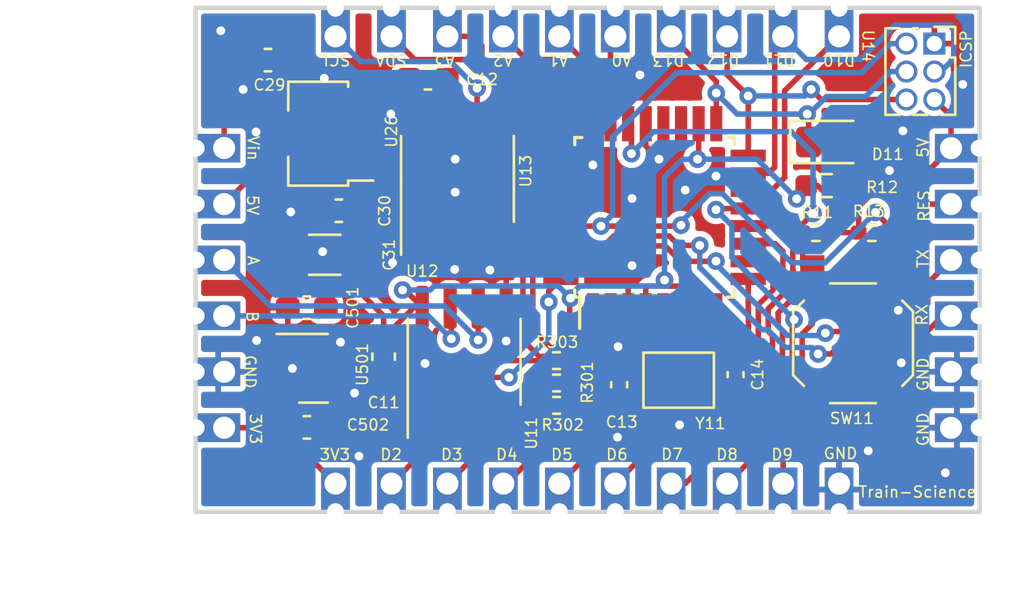
<source format=kicad_pcb>
(kicad_pcb (version 20211014) (generator pcbnew)

  (general
    (thickness 1.6)
  )

  (paper "A4")
  (layers
    (0 "F.Cu" signal)
    (31 "B.Cu" signal)
    (32 "B.Adhes" user "B.Adhesive")
    (33 "F.Adhes" user "F.Adhesive")
    (34 "B.Paste" user)
    (35 "F.Paste" user)
    (36 "B.SilkS" user "B.Silkscreen")
    (37 "F.SilkS" user "F.Silkscreen")
    (38 "B.Mask" user)
    (39 "F.Mask" user)
    (40 "Dwgs.User" user "User.Drawings")
    (41 "Cmts.User" user "User.Comments")
    (42 "Eco1.User" user "User.Eco1")
    (43 "Eco2.User" user "User.Eco2")
    (44 "Edge.Cuts" user)
    (45 "Margin" user)
    (46 "B.CrtYd" user "B.Courtyard")
    (47 "F.CrtYd" user "F.Courtyard")
    (48 "B.Fab" user)
    (49 "F.Fab" user)
    (50 "User.1" user)
    (51 "User.2" user)
    (52 "User.3" user)
    (53 "User.4" user)
    (54 "User.5" user)
    (55 "User.6" user)
    (56 "User.7" user)
    (57 "User.8" user)
    (58 "User.9" user)
  )

  (setup
    (stackup
      (layer "F.SilkS" (type "Top Silk Screen"))
      (layer "F.Paste" (type "Top Solder Paste"))
      (layer "F.Mask" (type "Top Solder Mask") (thickness 0.01))
      (layer "F.Cu" (type "copper") (thickness 0.035))
      (layer "dielectric 1" (type "core") (thickness 1.51) (material "FR4") (epsilon_r 4.5) (loss_tangent 0.02))
      (layer "B.Cu" (type "copper") (thickness 0.035))
      (layer "B.Mask" (type "Bottom Solder Mask") (thickness 0.01))
      (layer "B.Paste" (type "Bottom Solder Paste"))
      (layer "B.SilkS" (type "Bottom Silk Screen"))
      (copper_finish "None")
      (dielectric_constraints no)
    )
    (pad_to_mask_clearance 0)
    (pcbplotparams
      (layerselection 0x00010fc_ffffffff)
      (disableapertmacros false)
      (usegerberextensions false)
      (usegerberattributes true)
      (usegerberadvancedattributes true)
      (creategerberjobfile true)
      (svguseinch false)
      (svgprecision 6)
      (excludeedgelayer true)
      (plotframeref false)
      (viasonmask false)
      (mode 1)
      (useauxorigin false)
      (hpglpennumber 1)
      (hpglpenspeed 20)
      (hpglpendiameter 15.000000)
      (dxfpolygonmode true)
      (dxfimperialunits true)
      (dxfusepcbnewfont true)
      (psnegative false)
      (psa4output false)
      (plotreference true)
      (plotvalue true)
      (plotinvisibletext false)
      (sketchpadsonfab false)
      (subtractmaskfromsilk false)
      (outputformat 1)
      (mirror false)
      (drillshape 1)
      (scaleselection 1)
      (outputdirectory "")
    )
  )

  (net 0 "")
  (net 1 "GND")
  (net 2 "/atmega328/X1")
  (net 3 "/atmega328/X2")
  (net 4 "+12V")
  (net 5 "+5V")
  (net 6 "+3V3")
  (net 7 "GPIO_A0")
  (net 8 "GPIO2")
  (net 9 "GPIO3")
  (net 10 "GPIO4")
  (net 11 "GPIO5")
  (net 12 "GPIO6")
  (net 13 "GPIO7")
  (net 14 "GPIO8")
  (net 15 "A")
  (net 16 "B")
  (net 17 "GPIO9")
  (net 18 "GPIO10")
  (net 19 "GPIO11")
  (net 20 "GPIO12")
  (net 21 "GPIO13")
  (net 22 "GPIO_A1")
  (net 23 "GPIO_A2")
  (net 24 "GPIO_A3")
  (net 25 "Rx")
  (net 26 "Net-(R11-Pad2)")
  (net 27 "Tx")
  (net 28 "unconnected-(U13-Pad19)")
  (net 29 "unconnected-(U13-Pad20)")
  (net 30 "SDA")
  (net 31 "SCL")
  (net 32 "RESET")
  (net 33 "Net-(D11-Pad2)")

  (footprint "Capacitor_SMD:C_0603_1608Metric_Pad1.08x0.95mm_HandSolder" (layer "F.Cu") (at 144.7489 107.8068))

  (footprint "Resistor_SMD:R_0402_1005Metric" (layer "F.Cu") (at 156.083 105.791 180))

  (footprint "custom_kicad_lib_sk:castellated_2.54mm_01x10" (layer "F.Cu") (at 157.48 111.633))

  (footprint "Capacitor_SMD:C_0402_1005Metric_Pad0.74x0.62mm_HandSolder" (layer "F.Cu") (at 158.928 105.871 -90))

  (footprint "Resistor_SMD:R_0402_1005Metric" (layer "F.Cu") (at 156.083 104.775 180))

  (footprint "Resistor_SMD:R_0603_1608Metric_Pad0.98x0.95mm_HandSolder" (layer "F.Cu") (at 168.3258 96.8248))

  (footprint "Capacitor_SMD:C_0603_1608Metric_Pad1.08x0.95mm_HandSolder" (layer "F.Cu") (at 148.2344 104.5961 -90))

  (footprint "Package_QFP:TQFP-32_7x7mm_P0.8mm" (layer "F.Cu") (at 160.534 98.2644 90))

  (footprint "custom_kicad_lib_sk:castellated_2.54mm_01x10" (layer "F.Cu") (at 157.48 88.773 180))

  (footprint "Package_TO_SOT_SMD:SOT-89-3" (layer "F.Cu") (at 145.564071 94.465365 180))

  (footprint "Package_SO:SOIC-8_3.9x4.9mm_P1.27mm" (layer "F.Cu") (at 151.892 104.8258 90))

  (footprint "Capacitor_SMD:C_1206_3216Metric_Pad1.33x1.80mm_HandSolder" (layer "F.Cu") (at 145.564071 99.965365 180))

  (footprint "Connector_PinSocket_1.27mm:PinSocket_2x03_P1.27mm_Vertical" (layer "F.Cu") (at 173.234 90.373))

  (footprint "Capacitor_SMD:C_0603_1608Metric_Pad1.08x0.95mm_HandSolder" (layer "F.Cu") (at 146.201571 97.965365 180))

  (footprint "Capacitor_SMD:C_0402_1005Metric_Pad0.74x0.62mm_HandSolder" (layer "F.Cu") (at 164.211 105.41 90))

  (footprint "Resistor_SMD:R_0402_1005Metric_Pad0.72x0.64mm_HandSolder" (layer "F.Cu") (at 170.3953 98.9584))

  (footprint "Capacitor_SMD:C_0603_1608Metric_Pad1.08x0.95mm_HandSolder" (layer "F.Cu") (at 142.984 91.123 180))

  (footprint "Resistor_SMD:R_0402_1005Metric_Pad0.72x0.64mm_HandSolder" (layer "F.Cu") (at 167.8553 98.9584 180))

  (footprint "Resistor_SMD:R_0402_1005Metric" (layer "F.Cu") (at 156.083 106.807 180))

  (footprint "custom_kicad_lib_sk:castellated_2.54mm_01x06" (layer "F.Cu") (at 175.26 102.743 90))

  (footprint "Capacitor_SMD:C_0603_1608Metric_Pad1.08x0.95mm_HandSolder" (layer "F.Cu") (at 144.75 102.3712 180))

  (footprint "custom_kicad_lib_sk:castellated_2.54mm_01x06" (layer "F.Cu") (at 139.7254 100.203 -90))

  (footprint "Package_SO:SOIC-8_3.9x4.9mm_P1.27mm" (layer "F.Cu") (at 151.5872 96.52 90))

  (footprint "Button_Switch_SMD:SW_SPST_SKQG_WithStem" (layer "F.Cu") (at 169.545 103.9876 -90))

  (footprint "Capacitor_SMD:C_0603_1608Metric_Pad1.08x0.95mm_HandSolder" (layer "F.Cu") (at 150.241 91.948 180))

  (footprint "LED_SMD:LED_0805_2012Metric_Pad1.15x1.40mm_HandSolder" (layer "F.Cu") (at 168.5544 94.8436))

  (footprint "custom_kicad_lib_sk:crystal_arduino" (layer "F.Cu") (at 161.678 105.444))

  (footprint "Package_TO_SOT_SMD:SOT-23" (layer "F.Cu") (at 145.0525 105.1246))

  (gr_rect (start 175.292571 111.645765) (end 139.698971 88.750165) (layer "Edge.Cuts") (width 0.2) (fill none) (tstamp 0acfe5f9-f9ba-4da0-86f7-3fab67476a40))
  (gr_text "D5" (at 156.3262 109.0422) (layer "F.SilkS") (tstamp 06e213eb-e3db-4089-8bc2-8de7ede668f9)
    (effects (font (size 0.5 0.5) (thickness 0.075)))
  )
  (gr_text "Vin" (at 142.3162 95.123 270) (layer "F.SilkS") (tstamp 1083f1c4-003f-4c05-ac0d-ee2ff6e56559)
    (effects (font (size 0.5 0.5) (thickness 0.075)))
  )
  (gr_text "D12" (at 163.66 91.123 180) (layer "F.SilkS") (tstamp 1506a520-fe8c-4f57-9e0c-ceadf38ceee9)
    (effects (font (size 0.5 0.5) (thickness 0.075)))
  )
  (gr_text "TX" (at 172.7184 100.1476 90) (layer "F.SilkS") (tstamp 216f36e3-a674-4c5f-9a48-619f70bbf139)
    (effects (font (size 0.5 0.5) (thickness 0.075)))
  )
  (gr_text "D10" (at 168.91 91.123 180) (layer "F.SilkS") (tstamp 236e665b-c752-4252-82b9-3dccfa03d424)
    (effects (font (size 0.5 0.5) (thickness 0.075)))
  )
  (gr_text "A1" (at 156.162234 91.131203 180) (layer "F.SilkS") (tstamp 3d4e4b72-38b5-48d1-8d23-690b5598c504)
    (effects (font (size 0.5 0.5) (thickness 0.075)))
  )
  (gr_text "SDA" (at 148.5704 91.123 180) (layer "F.SilkS") (tstamp 3e2d68e5-1517-4788-8986-51566d4497b2)
    (effects (font (size 0.5 0.5) (thickness 0.075)))
  )
  (gr_text "5V" (at 172.72 95.0976 90) (layer "F.SilkS") (tstamp 4d05cc03-8777-4d74-a75c-b0d80dbf0891)
    (effects (font (size 0.5 0.5) (thickness 0.075)))
  )
  (gr_text "D7" (at 161.323966 109.033997) (layer "F.SilkS") (tstamp 5328a323-5351-4b5a-9d66-8ad8a0e26258)
    (effects (font (size 0.5 0.5) (thickness 0.075)))
  )
  (gr_text "RES" (at 172.7684 97.7476 90) (layer "F.SilkS") (tstamp 5c63d42a-d4c3-446c-9cf6-c93063dbe77e)
    (effects (font (size 0.5 0.5) (thickness 0.075)))
  )
  (gr_text "A0" (at 159.0386 91.123 180) (layer "F.SilkS") (tstamp 68728426-1000-4cf0-804f-b3cd9e3834d5)
    (effects (font (size 0.5 0.5) (thickness 0.075)))
  )
  (gr_text "D2" (at 148.5762 109.0422) (layer "F.SilkS") (tstamp 6a70cbcb-8a38-4c35-b8e0-17c9500ab512)
    (effects (font (size 0.5 0.5) (thickness 0.075)))
  )
  (gr_text "D4" (at 153.8262 109.0422) (layer "F.SilkS") (tstamp 6f41fdfd-3e41-490f-bbf2-b5be30e7b18b)
    (effects (font (size 0.5 0.5) (thickness 0.075)))
  )
  (gr_text "5V" (at 142.2908 97.7138 270) (layer "F.SilkS") (tstamp 7f3ebb88-ce7a-4dde-89a1-2bb853832700)
    (effects (font (size 0.5 0.5) (thickness 0.075)))
  )
  (gr_text "3V3" (at 146.0246 109.0422) (layer "F.SilkS") (tstamp 857b886c-df07-411c-ba5e-845913c7e3e8)
    (effects (font (size 0.5 0.5) (thickness 0.075)))
  )
  (gr_text "Train-Science" (at 172.466 110.744) (layer "F.SilkS") (tstamp 8ab1c3a3-dbb6-4fec-bf5a-3b0572c6440f)
    (effects (font (size 0.5 0.5) (thickness 0.075)))
  )
  (gr_text "D11" (at 166.16 91.123 180) (layer "F.SilkS") (tstamp 8e9cb6e4-e321-4db7-9607-961bfded84e2)
    (effects (font (size 0.5 0.5) (thickness 0.075)))
  )
  (gr_text "ICSP" (at 174.6758 90.6272 90) (layer "F.SilkS") (tstamp 8ed5791d-2726-4ffa-93a1-d4b6aaaffc4a)
    (effects (font (size 0.5 0.5) (thickness 0.075)))
  )
  (gr_text "D8" (at 163.8262 109.0422) (layer "F.SilkS") (tstamp 969d1790-a641-4806-b8a4-d23f82d67492)
    (effects (font (size 0.5 0.5) (thickness 0.075)))
  )
  (gr_text "D13" (at 161.16 91.123 180) (layer "F.SilkS") (tstamp a1eeb137-0219-4215-ba7b-d7dbe413945c)
    (effects (font (size 0.5 0.5) (thickness 0.075)))
  )
  (gr_text "D6" (at 158.8262 109.0422) (layer "F.SilkS") (tstamp a41d7cc2-8d7b-4d07-bdc5-fbc4afbd26c4)
    (effects (font (size 0.5 0.5) (thickness 0.075)))
  )
  (gr_text "RX" (at 172.6684 102.6976 90) (layer "F.SilkS") (tstamp afc328b9-0ba9-4ad7-8557-fb774de89873)
    (effects (font (size 0.5 0.5) (thickness 0.075)))
  )
  (gr_text "D9" (at 166.3262 109.0422) (layer "F.SilkS") (tstamp b094fabe-31a8-40e1-9c3a-855da5794ce9)
    (effects (font (size 0.5 0.5) (thickness 0.075)))
  )
  (gr_text "GND" (at 172.72 107.8992 90) (layer "F.SilkS") (tstamp bcac1d85-760c-4b22-bda9-1ae00410d1a3)
    (effects (font (size 0.5 0.5) (thickness 0.075)))
  )
  (gr_text "3V3" (at 142.4162 107.8784 270) (layer "F.SilkS") (tstamp bd8dc6d5-c1d5-4067-818b-83d82c81c90e)
    (effects (font (size 0.5 0.5) (thickness 0.075)))
  )
  (gr_text "SCL" (at 146.0304 91.1098 180) (layer "F.SilkS") (tstamp bf7a2b60-fb1c-4f78-83bc-128c20a0cd95)
    (effects (font (size 0.5 0.5) (thickness 0.075)))
  )
  (gr_text "A2" (at 153.66 91.123 180) (layer "F.SilkS") (tstamp c3366e03-e981-4fa1-808a-42e5e2e77fb4)
    (effects (font (size 0.5 0.5) (thickness 0.075)))
  )
  (gr_text "GND" (at 172.7184 105.3976 90) (layer "F.SilkS") (tstamp cb9220ed-9131-49f1-926b-e26f202ca9c4)
    (effects (font (size 0.5 0.5) (thickness 0.075)))
  )
  (gr_text "GND" (at 142.1662 105.2784 270) (layer "F.SilkS") (tstamp d3be38de-122e-4aff-836d-d34b3134e8fb)
    (effects (font (size 0.5 0.5) (thickness 0.075)))
  )
  (gr_text "B" (at 142.2662 102.7784 270) (layer "F.SilkS") (tstamp d6d2f53d-3ff7-4c82-ba77-0029a178d9fe)
    (effects (font (size 0.5 0.5) (thickness 0.075)))
  )
  (gr_text "D3" (at 151.3262 109.0422) (layer "F.SilkS") (tstamp e823d428-c74d-479f-8c4c-af8d1c967dea)
    (effects (font (size 0.5 0.5) (thickness 0.075)))
  )
  (gr_text "A" (at 142.3162 100.2284 270) (layer "F.SilkS") (tstamp ebea04f5-b9a3-4013-b151-f7010a303a59)
    (effects (font (size 0.5 0.5) (thickness 0.075)))
  )
  (gr_text "A3" (at 151.003 91.186 180) (layer "F.SilkS") (tstamp ed870994-c55d-4040-a629-7c82dcacbe92)
    (effects (font (size 0.5 0.5) (thickness 0.075)))
  )
  (gr_text "GND" (at 168.9762 108.9922) (layer "F.SilkS") (tstamp f99dfe41-2509-4a52-b1d6-c1cb65f0c590)
    (effects (font (size 0.5 0.5) (thickness 0.075)))
  )
  (dimension (type aligned) (layer "Dwgs.User") (tstamp 03b8df8d-3238-4746-9e1f-5c12db419b39)
    (pts (xy 139.698971 111.645765) (xy 139.698971 88.750165))
    (height -2.792971)
    (gr_text "22,8956 mm" (at 135.756 100.197965 90) (layer "Dwgs.User") (tstamp 03b8df8d-3238-4746-9e1f-5c12db419b39)
      (effects (font (size 1 1) (thickness 0.15)))
    )
    (format (units 3) (units_format 1) (precision 4))
    (style (thickness 0.15) (arrow_length 1.27) (text_position_mode 0) (extension_height 0.58642) (extension_offset 0.5) keep_text_aligned)
  )
  (dimension (type aligned) (layer "Dwgs.User") (tstamp 852b4281-f907-42c3-93a9-5a03a2c4731f)
    (pts (xy 139.698971 111.645765) (xy 175.292571 111.645765))
    (height 3.289234)
    (gr_text "35,5936 mm" (at 157.495771 113.784999) (layer "Dwgs.User") (tstamp 852b4281-f907-42c3-93a9-5a03a2c4731f)
      (effects (font (size 1 1) (thickness 0.15)))
    )
    (format (units 3) (units_format 1) (precision 4))
    (style (thickness 0.15) (arrow_length 1.27) (text_position_mode 0) (extension_height 0.58642) (extension_offset 0.5) keep_text_aligned)
  )

  (segment (start 159.7105 104.521) (end 158.928 105.3035) (width 0.25) (layer "F.Cu") (net 1) (tstamp 1ac05e36-009b-4463-8e3e-4ea3ae95d91d))
  (segment (start 160.134 95.023) (end 160.734 95.623) (width 0.25) (layer "F.Cu") (net 1) (tstamp 1bb88abf-8aac-4e3d-9d33-74f1017736f3))
  (segment (start 171.395 100.8876) (end 171.395 102.284) (width 0.25) (layer "F.Cu") (net 1) (tstamp 246dfc39-b0be-451b-a1e9-6c0e43fdd143))
  (segment (start 160.528 104.521) (end 159.7105 104.521) (width 0.25) (layer "F.Cu") (net 1) (tstamp 33e16dc2-154f-4b9b-bff8-e3820cc2a882))
  (segment (start 151.1035 91.948) (end 151.1035 93.8937) (width 0.25) (layer "F.Cu") (net 1) (tstamp 6d4f49ee-288b-4792-b1d4-521d944c5889))
  (segment (start 171.395 102.284) (end 171.596701 102.485701) (width 0.25) (layer "F.Cu") (net 1) (tstamp eff09f3b-25b1-4d13-b04e-cc67af56dd38))
  (segment (start 151.1035 93.8937) (end 150.9522 94.045) (width 0.25) (layer "F.Cu") (net 1) (tstamp f3cb543c-3167-49a5-8fc2-4c2d8c4a43c9))
  (segment (start 160.134 94.0144) (end 160.134 95.023) (width 0.25) (layer "F.Cu") (net 1) (tstamp faa657d4-16da-48fb-9401-51e3534342b5))
  (via (at 145.4658 99.822) (size 0.8) (drill 0.4) (layers "F.Cu" "B.Cu") (free) (net 1) (tstamp 081596aa-9520-4528-90dd-4efaea8ab73c))
  (via (at 159.512 97.409) (size 0.8) (drill 0.4) (layers "F.Cu" "B.Cu") (free) (net 1) (tstamp 1320c210-2699-4a03-a522-8c0e9588507d))
  (via (at 163.322 96.393) (size 0.8) (drill 0.4) (layers "F.Cu" "B.Cu") (free) (net 1) (tstamp 1811c16d-d94f-4aab-90ec-ff278e6624ae))
  (via (at 161.925 97.028) (size 0.8) (drill 0.4) (layers "F.Cu" "B.Cu") (free) (net 1) (tstamp 23af6bf5-bb11-42cc-a56e-65b46ceee73c))
  (via (at 144.0942 105.1306) (size 0.8) (drill 0.4) (layers "F.Cu" "B.Cu") (free) (net 1) (tstamp 288b8238-c9d9-4101-8318-504231369396))
  (via (at 151.484 95.623) (size 0.8) (drill 0.4) (layers "F.Cu" "B.Cu") (free) (net 1) (tstamp 299428cb-e962-4136-b87a-c3461543895b))
  (via (at 148.5646 93.5736) (size 0.8) (drill 0.4) (layers "F.Cu" "B.Cu") (free) (net 1) (tstamp 29f91e05-7235-453b-b506-b2ff48cdb0a7))
  (via (at 159.8676 91.7956) (size 0.8) (drill 0.4) (layers "F.Cu" "B.Cu") (free) (net 1) (tstamp 2c3ec4c6-8774-4de3-88a9-6894ea62512f))
  (via (at 158.8516 108.2548) (size 0.8) (drill 0.4) (layers "F.Cu" "B.Cu") (free) (net 1) (tstamp 373a5c0c-ad17-40df-9dfe-e8c6e917996b))
  (via (at 160.734 95.623) (size 0.8) (drill 0.4) (layers "F.Cu" "B.Cu") (free) (net 1) (tstamp 3e198d97-88dc-4acb-83d8-7e0a82e3d879))
  (via (at 158.877 104.14) (size 0.8) (drill 0.4) (layers "F.Cu" "B.Cu") (free) (net 1) (tstamp 42a88c3c-a6f9-449f-8033-8082987dcd4b))
  (via (at 151.4602 100.6348) (size 0.8) (drill 0.4) (layers "F.Cu" "B.Cu") (free) (net 1) (tstamp 4c35d0ba-4f71-4fe4-9c8a-e057d40a22df))
  (via (at 153.797 103.886) (size 0.8) (drill 0.4) (layers "F.Cu" "B.Cu") (free) (net 1) (tstamp 500dcde0-a8c0-4de9-a0da-2a0e646672cd))
  (via (at 171.734 104.873) (size 0.8) (drill 0.4) (layers "F.Cu" "B.Cu") (free) (net 1) (tstamp 576886d2-4571-46ac-8f64-f9455a153775))
  (via (at 142.4686 103.8606) (size 0.8) (drill 0.4) (layers "F.Cu" "B.Cu") (free) (net 1) (tstamp 5af9e7d0-2610-46dc-9cd4-992408786d10))
  (via (at 153.0604 100.6602) (size 0.8) (drill 0.4) (layers "F.Cu" "B.Cu") (free) (net 1) (tstamp 5c907ff9-1683-40e3-8e42-da4dc9feec65))
  (via (at 171.8056 94.3356) (size 0.8) (drill 0.4) (layers "F.Cu" "B.Cu") (free) (net 1) (tstamp 624ba125-5183-4d86-8316-ee89e6575d30))
  (via (at 157.734 95.885) (size 0.8) (drill 0.4) (layers "F.Cu" "B.Cu") (free) (net 1) (tstamp 6644a210-f5a1-4360-b7a4-472ba8b471a4))
  (via (at 170.234 108.873) (size 0.8) (drill 0.4) (layers "F.Cu" "B.Cu") (free) (net 1) (tstamp 6a9b3742-bc69-408c-b0cf-99513ccd2464))
  (via (at 159.512 100.457) (size 0.8) (drill 0.4) (layers "F.Cu" "B.Cu") (free) (net 1) (tstamp 6e9aa2f2-757d-4b8a-ab52-90d75272f63b))
  (via (at 171.596701 102.485701) (size 0.8) (drill 0.4) (layers "F.Cu" "B.Cu") (net 1) (tstamp 78ab5e8a-5afb-4c6b-9890-17b2be456067))
  (via (at 146.9136 106.2482) (size 0.8) (drill 0.4) (layers "F.Cu" "B.Cu") (free) (net 1) (tstamp 7f646dab-a442-4caf-8300-a10502ff958b))
  (via (at 142.4432 94.3864) (size 0.8) (drill 0.4) (layers "F.Cu" "B.Cu") (free) (net 1) (tstamp 83b41799-0e2d-495c-8d69-4cb04114e9c2))
  (via (at 147.1168 109.1184) (size 0.8) (drill 0.4) (layers "F.Cu" "B.Cu") (free) (net 1) (tstamp 84b61dee-b163-47b4-9b09-612507c46816))
  (via (at 145.542 91.948) (size 0.8) (drill 0.4) (layers "F.Cu" "B.Cu") (free) (net 1) (tstamp 87a9a91d-8f51-4fdd-9b7b-061b6a553763))
  (via (at 141.859 92.456) (size 0.8) (drill 0.4) (layers "F.Cu" "B.Cu") (free) (net 1) (tstamp 9efea781-8cae-44c1-bb41-7bfbc9cbe399))
  (via (at 151.484 97.123) (size 0.8) (drill 0.4) (layers "F.Cu" "B.Cu") (free) (net 1) (tstamp a468aabd-74f3-4eaf-9e01-eeb2002ab3b0))
  (via (at 150.114 104.902) (size 0.8) (drill 0.4) (layers "F.Cu" "B.Cu") (free) (net 1) (tstamp abae13f3-a5c3-4b46-9d47-137361f2ac9e))
  (via (at 171.196 96.139) (size 0.8) (drill 0.4) (layers "F.Cu" "B.Cu") (free) (net 1) (tstamp ae49bbc0-1305-47e5-a8be-8cfc7a8f42a7))
  (via (at 146.2786 103.9368) (size 0.8) (drill 0.4) (layers "F.Cu" "B.Cu") (free) (net 1) (tstamp c1fe258e-e7fb-4c4a-9a4f-d1d915f41b24))
  (via (at 161.671 107.696) (size 0.8) (drill 0.4) (layers "F.Cu" "B.Cu") (free) (net 1) (tstamp d7983a10-f5cb-43f6-91f9-f9eac8ebd86b))
  (via (at 144.018 98.0186) (size 0.8) (drill 0.4) (layers "F.Cu" "B.Cu") (free) (net 1) (tstamp ddd74991-4dc6-454b-8b9e-35fc677597a5))
  (via (at 174.5234 92.2274) (size 0.8) (drill 0.4) (layers "F.Cu" "B.Cu") (free) (net 1) (tstamp e0fcd6e7-1864-41b6-92e7-31a42c30e328))
  (via (at 148.6408 100.33) (size 0.8) (drill 0.4) (layers "F.Cu" "B.Cu") (free) (net 1) (tstamp e68a3cea-93ed-4948-974c-7ca2c3841c53))
  (via (at 173.734 109.873) (size 0.8) (drill 0.4) (layers "F.Cu" "B.Cu") (free) (net 1) (tstamp efa2aa48-5d2b-42d4-b5b4-39e0f8ee5391))
  (via (at 140.843 89.789) (size 0.8) (drill 0.4) (layers "F.Cu" "B.Cu") (free) (net 1) (tstamp efaae9b3-ae85-4bbc-8aac-73ceb7ec834e))
  (segment (start 160.975 106.614) (end 160.528 106.614) (width 0.25) (layer "F.Cu") (net 2) (tstamp 06fce861-22d8-434f-8934-0328ce08a92a))
  (segment (start 161.671 104.187796) (end 161.671 105.918) (width 0.25) (layer "F.Cu") (net 2) (tstamp 07ca9a41-f74f-411d-80fa-ff03271acbb3))
  (segment (start 162.534 102.5144) (end 162.534 103.324796) (width 0.25) (layer "F.Cu") (net 2) (tstamp 2acadfce-15a8-4628-a669-a88e0f6e0c71))
  (segment (start 161.671 105.918) (end 160.975 106.614) (width 0.25) (layer "F.Cu") (net 2) (tstamp 6368caec-593c-46f0-a5f8-55722b3c940f))
  (segment (start 160.528 106.421) (end 158.9455 106.421) (width 0.25) (layer "F.Cu") (net 2) (tstamp d7c629ec-fa35-4061-a238-0f26dba71957))
  (segment (start 162.534 103.324796) (end 161.671 104.187796) (width 0.25) (layer "F.Cu") (net 2) (tstamp dccc880a-4fa2-4075-9485-06333882211d))
  (segment (start 163.0495 104.8425) (end 162.728 104.521) (width 0.25) (layer "F.Cu") (net 3) (tstamp 4bc880ec-f6ad-4cc7-a3a9-7465bad5bf32))
  (segment (start 163.334 103.747) (end 163.334 102.5144) (width 0.25) (layer "F.Cu") (net 3) (tstamp 776f45a4-dde8-41e2-8bb7-528e72f4003a))
  (segment (start 162.728 104.353) (end 163.334 103.747) (width 0.25) (layer "F.Cu") (net 3) (tstamp 7db388fd-750e-4af0-877f-4c79a037d02d))
  (segment (start 164.211 104.8425) (end 163.0495 104.8425) (width 0.25) (layer "F.Cu") (net 3) (tstamp 8bb7c021-850b-4fcb-ac3a-e49e2242b892))
  (segment (start 162.728 104.521) (end 162.728 104.353) (width 0.25) (layer "F.Cu") (net 3) (tstamp bec50144-a270-4395-9787-d2374ec53a12))
  (segment (start 141.570453 93.557347) (end 142.553947 93.557347) (width 0.25) (layer "F.Cu") (net 4) (tstamp 09f6ce10-19db-4598-a9ff-b0a9eee932c7))
  (segment (start 144.076365 92.965365) (end 147.214071 92.965365) (width 0.25) (layer "F.Cu") (net 4) (tstamp 1bd537db-b95e-4624-b103-b4fd52f33077))
  (segment (start 143.145929 92.965365) (end 143.576365 92.965365) (width 0.25) (layer "F.Cu") (net 4) (tstamp 1fc741d4-02c7-4434-bde0-9aeefe77e39e))
  (segment (start 140.9954 94.1324) (end 141.570453 93.557347) (width 0.25) (layer "F.Cu") (net 4) (tstamp 27699553-421b-481c-89e2-0505c9e63fb3))
  (segment (start 144.076365 92.965365) (end 143.8465 92.7355) (width 0.25) (layer "F.Cu") (net 4) (tstamp 4a3649dc-d613-4518-b069-16d3abeb1c0b))
  (segment (start 143.8465 92.69523) (end 143.576365 92.965365) (width 0.25) (layer "F.Cu") (net 4) (tstamp 7117c7b3-1273-47d3-874a-51c8275165a3))
  (segment (start 143.8465 91.123) (end 143.8465 92.69523) (width 0.25) (layer "F.Cu") (net 4) (tstamp 8820e910-1864-4f8b-bed0-9ac3278957db))
  (segment (start 143.8465 92.7355) (end 143.8465 92.69523) (width 0.25) (layer "F.Cu") (net 4) (tstamp a33047f1-b7cc-4157-8872-3b333dbdcba5))
  (segment (start 140.9954 95.115894) (end 140.9954 94.1324) (width 0.25) (layer "F.Cu") (net 4) (tstamp a4653f8f-a602-41ae-bf6f-51f439a64f63))
  (segment (start 142.553947 93.557347) (end 143.145929 92.965365) (width 0.25) (layer "F.Cu") (net 4) (tstamp c781327b-2aa2-4cda-88fb-aad524b3d4e4))
  (segment (start 143.576365 92.965365) (end 144.076365 92.965365) (width 0.25) (layer "F.Cu") (net 4) (tstamp d7b661c1-a9bc-4e1d-9c0a-b42c9ca710ca))
  (segment (start 156.6805 101.976307) (end 156.6805 104.775) (width 0.25) (layer "F.Cu") (net 5) (tstamp 00488dfd-0600-4b96-8de4-9d8f7e1f896b))
  (segment (start 156.717905 101.938902) (end 156.6805 101.976307) (width 0.25) (layer "F.Cu") (net 5) (tstamp 06fe6d2a-2f7f-4659-a0e8-0ebe1ef37a4f))
  (segment (start 147.761835 95.965365) (end 149.6822 94.045) (width 0.25) (layer "F.Cu") (net 5) (tstamp 0990ee36-718c-4808-b729-a165e1bd5c74))
  (segment (start 147.064071 97.965365) (end 147.064071 99.902865) (width 0.25) (layer "F.Cu") (net 5) (tstamp 0cb4b775-74e2-49e7-8e41-7e99a5c023c5))
  (segment (start 169.7978 98.9584) (end 169.7978 97.782586) (width 0.25) (layer "F.Cu") (net 5) (tstamp 117d0a3b-aa86-48f9-8dc6-34c76a4bbf14))
  (segment (start 170.590486 96.9899) (end 172.1231 96.9899) (width 0.25) (layer "F.Cu") (net 5) (tstamp 14f2a9b0-d01b-42dc-ab28-29aa52b6bfde))
  (segment (start 172.72 96.393) (end 173.99 95.123) (width 0.25) (layer "F.Cu") (net 5) (tstamp 18e0368c-6310-46c7-a0b6-7094eb7f2699))
  (segment (start 156.6805 106.807) (end 156.6805 104.775) (width 0.25) (layer "F.Cu") (net 5) (tstamp 22df432d-a527-4100-aeb4-55d960de35dc))
  (segment (start 147.064071 97.965365) (end 147.064071 96.115365) (width 0.25) (layer "F.Cu") (net 5) (tstamp 259c1b35-38b2-4dfd-86f2-6a0c282420df))
  (segment (start 147.064071 96.115365) (end 147.214071 95.965365) (width 0.25) (layer "F.Cu") (net 5) (tstamp 333586c4-1e86-4bb8-a28d-f21d06ab4180))
  (segment (start 160.217111 101.389889) (end 160.134 101.473) (width 0.25) (layer "F.Cu") (net 5) (tstamp 3669ea4a-4f6e-42ea-859a-d0adaa05f40e))
  (segment (start 162.534 95.573) (end 162.484 95.623) (width 0.25) (layer "F.Cu") (net 5) (tstamp 38b9ccfe-3861-46f6-9b41-b1d924c39619))
  (segment (start 173.99 95.123) (end 173.99 93.669) (width 0.25) (layer "F.Cu") (net 5) (tstamp 3b1ada8e-ab98-48b0-bcbe-ace55783001d))
  (segment (start 160.967111 101.131787) (end 160.984 101.114898) (width 0.25) (layer "F.Cu") (net 5) (tstamp 3c416c7d-32b6-43c9-85b6-3a0ccf1573e8))
  (segment (start 142.693035 95.965365) (end 147.214071 95.965365) (width 0.25) (layer "F.Cu") (net 5) (tstamp 41eb935d-d4a1-4170-8d95-6e294c74b750))
  (segment (start 172.1231 96.9899) (end 172.72 96.393) (width 0.25) (layer "F.Cu") (net 5) (tstamp 4b40f6bf-ac27-44f3-9d95-07ee8968560c))
  (segment (start 161.734 101.4644) (end 161.659489 101.389889) (width 0.25) (layer "F.Cu") (net 5) (tstamp 57a69f1a-008e-4f93-a464-0d7bacdc609f))
  (segment (start 161.659489 101.389889) (end 160.967111 101.389889) (width 0.25) (layer "F.Cu") (net 5) (tstamp 5839c530-3950-4461-beb5-b2d9a8efdc22))
  (segment (start 149.987 102.3508) (end 149.6172 102.3508) (width 0.25) (layer "F.Cu") (net 5) (tstamp 5ccffb6b-b5c9-4217-bcd0-58fafc0ac50e))
  (segment (start 149.6822 94.045) (end 149.6822 92.2517) (width 0.25) (layer "F.Cu") (net 5) (tstamp 6606832f-d663-437b-9c3a-d44b77b23df2))
  (segment (start 173.99 93.669) (end 173.234 92.913) (width 0.25) (layer "F.Cu") (net 5) (tstamp 6eb8c84c-bc9a-4642-b0b0-01dea3d14097))
  (segment (start 160.967111 101.389889) (end 160.967111 101.131787) (width 0.25) (layer "F.Cu") (net 5) (tstamp 7269676f-d78d-4b17-97a2-14181787f0f4))
  (segment (start 147.066 101.5746) (end 147.066 100.025936) (width 0.25) (layer "F.Cu") (net 5) (tstamp 7721ea13-96f2-409f-a66e-70af6b57423c))
  (segment (start 167.4133 96.8248) (end 167.4133 96.997033) (width 0.25) (layer "F.Cu") (net 5) (tstamp 7c55dcca-1bb5-4f58-ba50-8ced9f2e943b))
  (segment (start 145.6125 101.479436) (end 147.126571 99.965365) (width 0.25) (layer "F.Cu") (net 5) (tstamp 82390447-b9af-45f0-be1a-9d7d95289918))
  (segment (start 146.8434 105.1246) (end 148.2344 103.7336) (width 0.25) (layer "F.Cu") (net 5) (tstamp 88d66c77-767e-4f2a-b2f6-20e79a4e7b7e))
  (segment (start 147.066 100.025936) (end 147.126571 99.965365) (width 0.25) (layer "F.Cu") (net 5) (tstamp 89e0a9ae-e1e0-47de-9688-43687339d106))
  (segment (start 147.214071 95.965365) (end 147.761835 95.965365) (width 0.25) (layer "F.Cu") (net 5) (tstamp 8d70cae3-5e8b-45f0-ad72-7d9d241c1e21))
  (segment (start 149.6822 92.2517) (end 149.3785 91.948) (width 0.25) (layer "F.Cu") (net 5) (tstamp 913ade5c-7f70-440c-b0ce-fd3326956abe))
  (segment (start 168.4528 98.9584) (end 169.7978 98.9584) (width 0.25) (layer "F.Cu") (net 5) (tstamp 982bda10-6de1-4bbb-808e-02be767a9e24))
  (segment (start 169.7978 97.782586) (end 170.590486 96.9899) (width 0.25) (layer "F.Cu") (net 5) (tstamp 9e17167f-19c3-4253-ab5f-91f4057d36f6))
  (segment (start 147.064071 99.902865) (end 147.126571 99.965365) (width 0.25) (layer "F.Cu") (net 5) (tstamp a96be400-c34c-4729-b066-0278d8e3198c))
  (segment (start 167.9358 96.8248) (end 168.4528 97.3418) (width 0.25) (layer "F.Cu") (net 5) (tstamp b500f96a-45d6-4447-ba4e-6f87f2a3c5f1))
  (segment (start 167.4133 96.8248) (end 167.9358 96.8248) (width 0.25) (layer "F.Cu") (net 5) (tstamp b9bab89d-bc78-4cae-b40e-ec79a898b57e))
  (segment (start 162.534 94.0144) (end 162.534 95.573) (width 0.25) (layer "F.Cu") (net 5) (tstamp b9e4c168-37ff-4b78-9714-24d6e5a3cf9a))
  (segment (start 149.098 101.56898) (end 149.20518 101.56898) (width 0.25) (layer "F.Cu") (net 5) (tstamp bd7e6754-f581-4b61-b459-245286a69f48))
  (segment (start 148.2344 102.743) (end 147.066 101.5746) (width 0.25) (layer "F.Cu") (net 5) (tstamp bf9d0b88-5bf8-4f57-b626-9b029ab5ecfd))
  (segment (start 145.99 105.1246) (end 146.8434 105.1246) (width 0.25) (layer "F.Cu") (net 5) (tstamp c80b7627-710c-40d5-828d-fc7e2cfd7321))
  (segment (start 161.734 102.5144) (end 161.734 101.4644) (width 0.25) (layer "F.Cu") (net 5) (tstamp c87129b0-0b2b-4639-a281-a226ae4d9712))
  (segment (start 148.2344 103.7336) (end 148.2344 102.743) (width 0.25) (layer "F.Cu") (net 5) (tstamp d0152513-9a5c-4e3d-b41e-ad3d2c12494d))
  (segment (start 149.6172 102.3508) (end 148.2344 103.7336) (width 0.25) (layer "F.Cu") (net 5) (tstamp d1c5e4ca-ceff-4080-8cad-b883d188b71e))
  (segment (start 149.20518 101.56898) (end 149.987 102.3508) (width 0.25) (layer "F.Cu") (net 5) (tstamp d2464079-bd00-4199-8978-478f95a178a0))
  (segment (start 140.9954 97.663) (end 142.693035 95.965365) (width 0.25) (layer "F.Cu") (net 5) (tstamp d40885c1-ca05-4e0f-bdc2-966644e1e3f8))
  (segment (start 145.6125 102.3712) (end 145.6125 101.479436) (width 0.25) (layer "F.Cu") (net 5) (tstamp d49e0c9b-2915-40b3-98c1-5675552e9a44))
  (segment (start 160.134 101.473) (end 160.134 102.5144) (width 0.25) (layer "F.Cu") (net 5) (tstamp d5b62fb0-b499-4b4c-a4cd-90beed756f31))
  (segment (start 167.4133 96.997033) (end 166.985774 97.424559) (width 0.25) (layer "F.Cu") (net 5) (tstamp e37f0aa9-03ed-44f8-bf47-3676d9dfd55d))
  (segment (start 168.4528 97.3418) (end 168.4528 98.9584) (width 0.25) (layer "F.Cu") (net 5) (tstamp e9a82a00-20d6-444e-91c8-df30cecace70))
  (segment (start 160.967111 101.389889) (end 160.217111 101.389889) (width 0.25) (layer "F.Cu") (net 5) (tstamp fd4ef887-9591-434e-ab74-a995207626f5))
  (via (at 160.984 101.114898) (size 0.8) (drill 0.4) (layers "F.Cu" "B.Cu") (net 5) (tstamp 1aa29f77-b38e-4d8a-8de5-69367216deee))
  (via (at 156.717905 101.938902) (size 0.8) (drill 0.4) (layers "F.Cu" "B.Cu") (net 5) (tstamp 2210c457-279d-4a4a-9e62-d2e591df2c46))
  (via (at 166.985774 97.424559) (size 0.8) (drill 0.4) (layers "F.Cu" "B.Cu") (net 5) (tstamp 2b418461-0be1-4db6-a5b4-95564a9abaa5))
  (via (at 162.484 95.623) (size 0.8) (drill 0.4) (layers "F.Cu" "B.Cu") (net 5) (tstamp 6e01fbb1-77e2-4c74-b8b2-e85f1303d499))
  (via (at 149.098 101.56898) (size 0.8) (drill 0.4) (layers "F.Cu" "B.Cu") (net 5) (tstamp eea2bc75-7494-42aa-a9da-1b7535a47e24))
  (segment (start 156.163714 101.384711) (end 156.717905 101.938902) (width 0.25) (layer "B.Cu") (net 5) (tstamp 01bb7aad-0944-42b0-ae72-2a3711e8c721))
  (segment (start 165.184215 95.623) (end 162.484 95.623) (width 0.25) (layer "B.Cu") (net 5) (tstamp 1462cdea-846e-43b1-b6c2-bb9d97e9f90e))
  (segment (start 160.984 101.114898) (end 160.714187 101.384711) (width 0.25) (layer "B.Cu") (net 5) (tstamp 1a226f28-fbbe-4e43-b3fd-58c24316fece))
  (segment (start 160.714187 101.384711) (end 157.137711 101.384711) (width 0.25) (layer "B.Cu") (net 5) (tstamp 1d03b352-8d64-48c0-b514-efce2b2f5454))
  (segment (start 160.984 96.445) (end 160.984 101.114898) (width 0.25) (layer "B.Cu") (net 5) (tstamp 305bdab4-9dae-45cc-8138-9db64de63d2c))
  (segment (start 156.717905 101.938902) (end 156.717905 101.804517) (width 0.25) (layer "B.Cu") (net 5) (tstamp 568c300e-f0cd-47fd-872f-b4df75b0e871))
  (segment (start 155.536289 101.384711) (end 150.533711 101.384711) (width 0.25) (layer "B.Cu") (net 5) (tstamp 63858906-7c05-49f7-8970-40b5251e32cb))
  (segment (start 161.798 95.631) (end 160.984 96.445) (width 0.25) (layer "B.Cu") (net 5) (tstamp 6fa0ce03-9269-4714-95ba-5d642235568a))
  (segment (start 155.536289 101.384711) (end 156.163714 101.384711) (width 0.25) (layer "B.Cu") (net 5) (tstamp 7880bf26-e651-4f2f-914e-8dc77996594e))
  (segment (start 162.484 95.623) (end 162.476 95.631) (width 0.25) (layer "B.Cu") (net 5) (tstamp 79eca976-ae40-4738-a5c2-b06dc677a60b))
  (segment (start 150.533711 101.384711) (end 150.349442 101.56898) (width 0.25) (layer "B.Cu") (net 5) (tstamp 929aa37e-dab4-4e7a-ba82-92cb2e97c4c0))
  (segment (start 162.476 95.631) (end 161.798 95.631) (width 0.25) (layer "B.Cu") (net 5) (tstamp c27bb23f-7e48-4210-b45b-583bdcd3c504))
  (segment (start 156.717905 101.804517) (end 157.137711 101.384711) (width 0.25) (layer "B.Cu") (net 5) (tstamp c2a68794-fd25-4dc0-9661-541f357815a1))
  (segment (start 150.349442 101.56898) (end 149.098 101.56898) (width 0.25) (layer "B.Cu") (net 5) (tstamp c3f45941-748f-4ac2-bbff-874fcb061af3))
  (segment (start 166.985774 97.424559) (end 165.184215 95.623) (width 0.25) (layer "B.Cu") (net 5) (tstamp e03e2495-6c1d-4895-9ec4-ec8916d933ac))
  (segment (start 144.115 106.0746) (end 144.115 107.5782) (width 0.25) (layer "F.Cu") (net 6) (tstamp 13772ddc-d626-4454-911f-38f1f1307ac6))
  (segment (start 143.8702 107.823) (end 140.9954 107.823) (width 0.25) (layer "F.Cu") (net 6) (tstamp 26619dd7-7fb1-4829-8387-72ae9eb616f8))
  (segment (start 143.8864 107.8068) (end 143.8702 107.823) (width 0.25) (layer "F.Cu") (net 6) (tstamp 37242f07-520f-41b6-9633-bab0cee49d3e))
  (segment (start 143.8864 108.1994) (end 146.05 110.363) (width 0.25) (layer "F.Cu") (net 6) (tstamp 4dbdb89d-d715-40ee-956c-20903d36b4a2))
  (segment (start 143.8864 107.8068) (end 143.8864 108.1994) (width 0.25) (layer "F.Cu") (net 6) (tstamp f141ce8b-6da3-4578-b170-0d2f77a48a35))
  (segment (start 144.115 107.5782) (end 143.8864 107.8068) (width 0.25) (layer "F.Cu") (net 6) (tstamp f8e8a76a-7a4f-4e50-b35d-2f5ffbe21d49))
  (segment (start 158.534 90.259) (end 158.75 90.043) (width 0.25) (layer "F.Cu") (net 7) (tstamp bb98e245-a1a6-484d-850c-6f9bc3496652))
  (segment (start 158.534 94.0144) (end 158.534 90.259) (width 0.25) (layer "F.Cu") (net 7) (tstamp cf647f9c-2df1-42bd-adea-3cb7b9cfc073))
  (segment (start 152.908 105.537) (end 153.924 105.537) (width 0.25) (layer "F.Cu") (net 8) (tstamp 18d20a51-706f-47ba-a089-9c0322a4f792))
  (segment (start 153.05032 108.60032) (end 152.527 108.077) (width 0.25) (layer "F.Cu") (net 8) (tstamp 1a44e3ce-14cb-4ce2-9243-acd93bc90b35))
  (segment (start 155.73302 101.61538) (end 156.284 101.0644) (width 0.25) (layer "F.Cu") (net 8) (tstamp 26c02afa-1fb5-43f1-9fd5-6a5ff2ca7d99))
  (segment (start 152.527 107.3008) (end 152.527 105.918) (width 0.25) (layer "F.Cu") (net 8) (tstamp 367e90e1-5a35-446f-88b4-8bdf0ddeacfe))
  (segment (start 151.257 107.696) (end 148.59 110.363) (width 0.25) (layer "F.Cu") (net 8) (tstamp 6542ca7c-155d-44be-900b-765c6b17e5cd))
  (segment (start 151.257 107.3008) (end 151.257 107.696) (width 0.25) (layer "F.Cu") (net 8) (tstamp 86c07db1-cc82-4a06-912c-8bb661a537ac))
  (segment (start 155.73302 102.109211) (end 155.73302 101.61538) (width 0.25) (layer "F.Cu") (net 8) (tstamp cd496c59-b574-4926-b9e6-37757f202474))
  (segment (start 155.4855 107.258372) (end 154.143552 108.60032) (width 0.25) (layer "F.Cu") (net 8) (tstamp e357b8d8-d547-431d-8a5c-161587720cd7))
  (segment (start 155.4855 106.807) (end 155.4855 107.258372) (width 0.25) (layer "F.Cu") (net 8) (tstamp f45875c2-033b-4756-9c52-3593402265a6))
  (segment (start 152.527 108.077) (end 152.527 107.3008) (width 0.25) (layer "F.Cu") (net 8) (tstamp f80189a9-1a50-40fc-95e2-e3e4e7273da7))
  (segment (start 152.527 105.918) (end 152.908 105.537) (width 0.25) (layer "F.Cu") (net 8) (tstamp f841a646-be11-475c-a582-84554bd3917c))
  (segment (start 152.527 107.3008) (end 151.257 107.3008) (width 0.25) (layer "F.Cu") (net 8) (tstamp fa3b7876-0438-45fd-b96a-5541e18e264a))
  (segment (start 154.143552 108.60032) (end 153.05032 108.60032) (width 0.25) (layer "F.Cu") (net 8) (tstamp fd509d6e-d803-4e76-83f5-0c0863003115))
  (via (at 155.73302 102.109211) (size 0.8) (drill 0.4) (layers "F.Cu" "B.Cu") (net 8) (tstamp 2232c7b2-b63f-4d79-9ae9-2bd099e7d09c))
  (via (at 153.924 105.537) (size 0.8) (drill 0.4) (layers "F.Cu" "B.Cu") (net 8) (tstamp 7be9a066-2bfa-40de-8387-e508743c4238))
  (segment (start 153.924 105.537) (end 155.73302 103.72798) (width 0.25) (layer "B.Cu") (net 8) (tstamp 76d46e6c-7311-42a8-a596-7f6718671bbb))
  (segment (start 155.73302 103.72798) (end 155.73302 102.109211) (width 0.25) (layer "B.Cu") (net 8) (tstamp adb91657-2bec-42d0-aeba-01a9b68a25b1))
  (segment (start 157.734 102.5144) (end 157.353 102.8954) (width 0.25) (layer "F.Cu") (net 9) (tstamp 17b8a9b9-44b1-4183-af09-ac2a0e1d179a))
  (segment (start 152.44316 109.04984) (end 151.13 110.363) (width 0.25) (layer "F.Cu") (net 9) (tstamp 410aab1c-92f4-4131-b227-92f9447b9db1))
  (segment (start 157.353 102.8954) (end 157.353 107.67151) (width 0.25) (layer "F.Cu") (net 9) (tstamp 64251866-6590-435c-a627-26bfc9a533d7))
  (segment (start 157.353 107.67151) (end 157.22347 107.80104) (width 0.25) (layer "F.Cu") (net 9) (tstamp 95f96e56-853e-446a-9709-aa974ac37262))
  (segment (start 155.72396 107.80104) (end 154.47516 109.04984) (width 0.25) (layer "F.Cu") (net 9) (tstamp c0d65341-7241-423b-8b3c-dbcfbf9c0706))
  (segment (start 157.22347 107.80104) (end 155.72396 107.80104) (width 0.25) (layer "F.Cu") (net 9) (tstamp c19ecf0a-f521-4bba-90d2-838ce914bb4b))
  (segment (start 154.47516 109.04984) (end 152.44316 109.04984) (width 0.25) (layer "F.Cu") (net 9) (tstamp f5ff665e-1d13-4280-a997-fc09591c5e26))
  (segment (start 153.797718 110.363) (end 155.910158 108.25056) (width 0.25) (layer "F.Cu") (net 10) (tstamp 046377bb-c447-4539-a9c8-612b7d933d76))
  (segment (start 157.80252 104.07148) (end 158.534 103.34) (width 0.25) (layer "F.Cu") (net 10) (tstamp 1f56ce01-33be-40ae-b58d-772414d7539e))
  (segment (start 157.80252 107.857708) (end 157.80252 104.07148) (width 0.25) (layer "F.Cu") (net 10) (tstamp 27b3a1e9-b270-4b8e-9fc4-060b4b52aced))
  (segment (start 155.910158 108.25056) (end 157.409668 108.25056) (width 0.25) (layer "F.Cu") (net 10) (tstamp 3f9326bf-8ae3-4a7d-b667-34f215c0df25))
  (segment (start 157.409668 108.25056) (end 157.80252 107.857708) (width 0.25) (layer "F.Cu") (net 10) (tstamp 52380447-9ed4-4129-8ce3-ef1856fa0cea))
  (segment (start 158.534 103.34) (end 158.534 102.5144) (width 0.25) (layer "F.Cu") (net 10) (tstamp b25ab981-bbfc-4067-818b-e09cd76674e3))
  (segment (start 153.67 110.363) (end 153.797718 110.363) (width 0.25) (layer "F.Cu") (net 10) (tstamp e4aeab3b-8f33-4541-8054-f3f168a72b82))
  (segment (start 164.986 106.68) (end 164.078621 107.587379) (width 0.25) (layer "F.Cu") (net 11) (tstamp 0853d0eb-3f2a-4225-af3f-e95c28863629))
  (segment (start 164.793166 102.616) (end 164.793166 104.133363) (width 0.25) (layer "F.Cu") (net 11) (tstamp 0fc867b3-37c5-4491-be92-9e8b45ca4fab))
  (segment (start 162.373084 108.64348) (end 159.833803 108.64348) (width 0.25) (layer "F.Cu") (net 11) (tstamp 165a1191-85fe-4145-babc-a0ef94741279))
  (segment (start 157.416859 109.156141) (end 156.21 110.363) (width 0.25) (layer "F.Cu") (net 11) (tstamp 195fcc69-b5a9-487d-9300-d89fe19f1e8e))
  (segment (start 164.986 104.326197) (end 164.986 106.68) (width 0.25) (layer "F.Cu") (net 11) (tstamp 3e262308-673c-475b-be79-42a84477610d))
  (segment (start 159.833803 108.64348) (end 159.321141 109.156141) (width 0.25) (layer "F.Cu") (net 11) (tstamp 53ca0a4a-5e2a-4a07-9aa0-33f78dc2eaba))
  (segment (start 159.321141 109.156141) (end 157.416859 109.156141) (width 0.25) (layer "F.Cu") (net 11) (tstamp 57c6b93a-aaf0-40f2-873e-4a6962aa7551))
  (segment (start 164.784 102.606834) (end 164.793166 102.616) (width 0.25) (layer "F.Cu") (net 11) (tstamp 9970cd33-4ea6-4ff2-917a-e717c7f45b5b))
  (segment (start 163.838604 108.32096) (end 162.695604 108.32096) (width 0.25) (layer "F.Cu") (net 11) (tstamp c1066fbb-8b1e-4e9e-8fcd-cd70e4cc33b3))
  (segment (start 164.784 101.0644) (end 164.784 102.606834) (width 0.25) (layer "F.Cu") (net 11) (tstamp c120e701-299a-4066-abde-571c38411278))
  (segment (start 162.695604 108.32096) (end 162.373084 108.64348) (width 0.25) (layer "F.Cu") (net 11) (tstamp c3f7cb44-88e2-4eb9-a0a1-afebb7349402))
  (segment (start 164.078621 107.587379) (end 164.078621 108.080943) (width 0.25) (layer "F.Cu") (net 11) (tstamp d4168927-095c-4517-be36-be4a57da535e))
  (segment (start 164.793166 104.133363) (end 164.986 104.326197) (width 0.25) (layer "F.Cu") (net 11) (tstamp e93fb5a1-8da4-409f-91c5-c95046dd02b1))
  (segment (start 164.078621 108.080943) (end 163.838604 108.32096) (width 0.25) (layer "F.Cu") (net 11) (tstamp f97bb1e1-8712-4800-bcd3-00716344f078))
  (segment (start 165.90924 101.569986) (end 165.242686 102.23654) (width 0.25) (layer "F.Cu") (net 12) (tstamp 00e05f62-0442-4d45-984c-c8e394321b73))
  (segment (start 164.528141 108.267141) (end 164.024801 108.77048) (width 0.25) (layer "F.Cu") (net 12) (tstamp 2f531257-2b66-4aea-8051-525ee52410ee))
  (segment (start 164.784 100.2644) (end 165.834 100.2644) (width 0.25) (layer "F.Cu") (net 12) (tstamp 36708107-7aed-4639-88c2-411e4da701fa))
  (segment (start 165.43552 103.96752) (end 165.43552 106.866198) (width 0.25) (layer "F.Cu") (net 12) (tstamp 41d5ff6d-eea3-4cd9-ad18-cd735c46f12a))
  (segment (start 164.528141 107.773577) (end 164.528141 108.267141) (width 0.25) (layer "F.Cu") (net 12) (tstamp 46702ee8-bd08-4a9d-a809-9be617e94da2))
  (segment (start 162.881802 108.77048) (end 162.559282 109.093) (width 0.25) (layer "F.Cu") (net 12) (tstamp 6e91cd68-36b8-4c04-8021-d8ccd2804706))
  (segment (start 165.242686 102.23654) (end 165.242686 103.774686) (width 0.25) (layer "F.Cu") (net 12) (tstamp 70230951-5166-4ba8-950e-960b9b6edbd6))
  (segment (start 160.02 109.093) (end 158.75 110.363) (width 0.25) (layer "F.Cu") (net 12) (tstamp 78cfa7c9-c648-476c-a188-5ee9ae0a1dbb))
  (segment (start 165.834 100.2644) (end 165.90924 100.33964) (width 0.25) (layer "F.Cu") (net 12) (tstamp 7d6ab2cf-0086-472d-8b28-f3aa758c80c5))
  (segment (start 162.559282 109.093) (end 160.02 109.093) (width 0.25) (layer "F.Cu") (net 12) (tstamp 8e2808b6-838e-4a21-9f78-f7b2ae15f86a))
  (segment (start 164.024801 108.77048) (end 162.881802 108.77048) (width 0.25) (layer "F.Cu") (net 12) (tstamp a30e58ac-cec2-4deb-ac15-2d6cda687bad))
  (segment (start 165.90924 100.33964) (end 165.90924 101.569986) (width 0.25) (layer "F.Cu") (net 12) (tstamp c10aa916-d1d2-40fb-826e-ace1dd2bf10e))
  (segment (start 165.242686 103.774686) (end 165.43552 103.96752) (width 0.25) (layer "F.Cu") (net 12) (tstamp c2669daf-0568-4a6e-8b51-ed0e3aec2c3b))
  (segment (start 165.43552 106.866198) (end 164.528141 107.773577) (width 0.25) (layer "F.Cu") (net 12) (tstamp f7566844-2e54-4f67-8cfb-d2cf17c003ed))
  (segment (start 166.35876 99.81076) (end 166.0124 99.4644) (width 0.25) (layer "F.Cu") (net 13) (tstamp 00f71765-4713-4c66-bd7b-372ccd640d19))
  (segment (start 165.692206 103.439166) (end 165.692206 102.422737) (width 0.25) (layer "F.Cu") (net 13) (tstamp 19989229-08df-4054-ad8b-a8e15edb85d8))
  (segment (start 165.692206 102.422737) (end 166.370969 101.743974) (width 0.25) (layer "F.Cu") (net 13) (tstamp 33ee5882-6e00-4fc8-8370-7140cdd568a0))
  (segment (start 165.88504 107.128803) (end 165.88504 103.632) (width 0.25) (layer "F.Cu") (net 13) (tstamp 391383ad-2eb8-4567-bfb7-68aa3e18d5b3))
  (segment (start 166.0124 99.4644) (end 164.784 99.4644) (width 0.25) (layer "F.Cu") (net 13) (tstamp 3aefcab6-d954-4ac2-87c0-07db0c9d43bb))
  (segment (start 165.88504 103.632) (end 165.692206 103.439166) (width 0.25) (layer "F.Cu") (net 13) (tstamp 58639693-e241-4168-8a58-b45fca38b51d))
  (segment (start 165.03148 107.982362) (end 165.88504 107.128803) (width 0.25) (layer "F.Cu") (net 13) (tstamp 70b30194-3a4b-40f9-a0bf-9695ccffe581))
  (segment (start 166.370969 100.835003) (end 166.35876 100.822794) (width 0.25) (layer "F.Cu") (net 13) (tstamp 7fa20914-1a7b-4931-a715-c208d22b2d0c))
  (segment (start 166.35876 100.822794) (end 166.35876 99.81076) (width 0.25) (layer "F.Cu") (net 13) (tstamp 7fd6ac4c-fe1a-4830-80a1-b3b56ac1299c))
  (segment (start 163.068 109.22) (end 164.211 109.22) (width 0.25) (layer "F.Cu") (net 13) (tstamp 8bb9ee39-04e9-4b63-b389-43212d514991))
  (segment (start 166.370969 101.743974) (end 166.370969 100.835003) (width 0.25) (layer "F.Cu") (net 13) (tstamp b4a32509-90bf-4dcf-8aff-0a62a05ae7c9))
  (segment (start 165.03148 108.39952) (end 165.03148 107.982362) (width 0.25) (layer "F.Cu") (net 13) (tstamp d63df030-cfd2-4774-b2c3-06d55104acba))
  (segment (start 161.29 110.363) (end 161.925 110.363) (width 0.25) (layer "F.Cu") (net 13) (tstamp de8b8b5f-4da4-4c09-9152-b7413fd38610))
  (segment (start 164.211 109.22) (end 165.03148 108.39952) (width 0.25) (layer "F.Cu") (net 13) (tstamp efef2200-9a05-432f-8548-d7c839528c7c))
  (segment (start 161.925 110.363) (end 163.068 109.22) (width 0.25) (layer "F.Cu") (net 13) (tstamp f48f7f8c-3c23-456e-9c44-028d71efac4e))
  (segment (start 166.33456 103.401974) (end 166.33456 107.315) (width 0.25) (layer "F.Cu") (net 14) (tstamp 07617cf4-e7b8-4512-a983-cc89679b199c))
  (segment (start 165.481 108.16856) (end 165.481 108.712) (width 0.25) (layer "F.Cu") (net 14) (tstamp 2922a6d7-85aa-46a5-8af9-91950107c2fa))
  (segment (start 166.80828 99.551594) (end 166.80828 100.636597) (width 0.25) (layer "F.Cu") (net 14) (tstamp 352d3488-56b5-4c11-8dda-72e13eaebf79))
  (segment (start 164.784 98.6644) (end 166.05318 98.6644) (width 0.25) (layer "F.Cu") (net 14) (tstamp 3f9626f5-ad3d-4083-aa60-b53e71cd3f07))
  (segment (start 166.141726 103.20914) (end 166.33456 103.401974) (width 0.25) (layer "F.Cu") (net 14) (tstamp 46838817-9731-40a5-88aa-5effbb1ae8ad))
  (segment (start 166.05318 98.6644) (end 166.57578 99.187) (width 0.25) (layer "F.Cu") (net 14) (tstamp 53b8f02f-39dc-4f11-9ea4-299dfef6b2fa))
  (segment (start 166.80828 100.636597) (end 166.820489 100.648806) (width 0.25) (layer "F.Cu") (net 14) (tstamp 5f971e13-50e1-435b-aad9-2877f1ff93ef))
  (segment (start 166.57578 99.187) (end 166.57578 99.319094) (width 0.25) (layer "F.Cu") (net 14) (tstamp 703028af-9189-4785-aab8-3a4179545290))
  (segment (start 166.33456 107.315) (end 165.481 108.16856) (width 0.25) (layer "F.Cu") (net 14) (tstamp 83e0df97-5349-4bc0-b442-dff376e99db0))
  (segment (start 166.820489 101.930171) (end 166.141726 102.608934) (width 0.25) (layer "F.Cu") (net 14) (tstamp 8ad83d87-9bf0-429d-a224-8822df244be6))
  (segment (start 165.481 108.712) (end 163.83 110.363) (width 0.25) (layer "F.Cu") (net 14) (tstamp a3e08d4c-d28e-4bed-86f2-24612c230626))
  (segment (start 166.141726 102.608934) (end 166.141726 103.20914) (width 0.25) (layer "F.Cu") (net 14) (tstamp c57aa35d-c7c4-4a9b-8ae9-6ff6d904f2ac))
  (segment (start 166.820489 100.648806) (end 166.820489 101.930171) (width 0.25) (layer "F.Cu") (net 14) (tstamp c858f1a2-e258-410c-bdea-08a2378a48c8))
  (segment (start 166.57578 99.319094) (end 166.80828 99.551594) (width 0.25) (layer "F.Cu") (net 14) (tstamp f9e7f0de-24c1-4d6e-8804-6079a9b75bc1))
  (segment (start 152.527 103.8352) (end 152.527 102.3508) (width 0.25) (layer "F.Cu") (net 15) (tstamp 488449a5-72d7-450f-8f8f-a5da68dd5247))
  (via (at 152.527 103.8352) (size 0.8) (drill 0.4) (layers "F.Cu" "B.Cu") (net 15) (tstamp 28999c1a-3cc3-4243-a15e-4e26a968310d))
  (segment (start 140.9954 100.203) (end 143.08588 102.29348) (width 0.25) (layer "B.Cu") (net 15) (tstamp 8873168a-b3e3-4588-9d4f-03406f8019b0))
  (segment (start 143.08588 102.29348) (end 150.98528 102.29348) (width 0.25) (layer "B.Cu") (net 15) (tstamp bd21c955-87a6-4201-b5ab-b00fd5539a3d))
  (segment (start 150.98528 102.29348) (end 152.527 103.8352) (width 0.25) (layer "B.Cu") (net 15) (tstamp e54af769-ff9d-4733-b137-c0c563ac66eb))
  (segment (start 151.3078 102.4016) (end 151.257 102.3508) (width 0.25) (layer "F.Cu") (net 16) (tstamp a67f83b9-722a-4f8c-898b-8558f4091669))
  (segment (start 151.3078 103.7844) (end 151.3078 102.4016) (width 0.25) (layer "F.Cu") (net 16) (tstamp ee1a2930-6cfe-4afe-b847-ff9b199438f7))
  (via (at 151.3078 103.7844) (size 0.8) (drill 0.4) (layers "F.Cu" "B.Cu") (net 16) (tstamp 14071eeb-5f75-446e-94cf-07fb6dbfb9b1))
  (segment (start 140.9954 102.743) (end 150.2664 102.743) (width 0.25) (layer "B.Cu") (net 16) (tstamp 507ba86b-2e90-4c6f-8368-ef8b7892f343))
  (segment (start 150.2664 102.743) (end 151.3078 103.7844) (width 0.25) (layer "B.Cu") (net 16) (tstamp ec4bf869-d467-4b45-a3d5-d1263cb6383b))
  (segment (start 163.3746 97.8644) (end 163.322 97.917) (width 0.25) (layer "F.Cu") (net 17) (tstamp 068edf40-884d-49de-a8b5-1a8b40ad716c))
  (segment (start 166.866237 102.909037) (end 166.78408 102.991194) (width 0.25) (layer "F.Cu") (net 17) (tstamp 3c49c879-3bd9-4fe7-91f7-891a55299f65))
  (segment (start 164.784 97.8644) (end 163.3746 97.8644) (width 0.25) (layer "F.Cu") (net 17) (tstamp 716c4b21-e763-462a-8884-c2ce79d66324))
  (segment (start 166.78408 102.991194) (end 166.78408 107.53592) (width 0.25) (layer "F.Cu") (net 17) (tstamp 931e35eb-de5f-4ce5-8a46-bd849de3bd77))
  (segment (start 166.37 107.95) (end 166.37 110.363) (width 0.25) (layer "F.Cu") (net 17) (tstamp aa097327-1743-4cf5-9daa-579e7da052a4))
  (segment (start 166.78408 107.53592) (end 166.37 107.95) (width 0.25) (layer "F.Cu") (net 17) (tstamp b614279a-8e47-4d1b-a141-3127959ef5f7))
  (via (at 166.866237 102.909037) (size 0.8) (drill 0.4) (layers "F.Cu" "B.Cu") (net 17) (tstamp 478f2876-8d8c-48fe-9b55-6b17680027d3))
  (via (at 163.322 97.917) (size 0.8) (drill 0.4) (layers "F.Cu" "B.Cu") (net 17) (tstamp 94f916a8-a55d-4e1a-8802-2d10de41fe61))
  (segment (start 164.046511 98.641511) (end 163.322 97.917) (width 0.25) (layer "B.Cu") (net 17) (tstamp 181bdbf3-b32b-4e7c-99ce-4a1ebdc644a3))
  (segment (start 164.046511 100.089311) (end 164.046511 98.641511) (width 0.25) (layer "B.Cu") (net 17) (tstamp 726d9472-fcd5-473f-a968-5af0330cb89f))
  (segment (start 166.866237 102.909037) (end 164.046511 100.089311) (width 0.25) (layer "B.Cu") (net 17) (tstamp c3d81761-14b0-4ac9-a838-ee20db27c8dc))
  (segment (start 168.91 90.043) (end 166.43852 92.51448) (width 0.25) (layer "F.Cu") (net 18) (tstamp 05113224-07fd-4f7b-99cb-ae6c09d5ac5c))
  (segment (start 166.43852 96.45988) (end 165.834 97.0644) (width 0.25) (layer "F.Cu") (net 18) (tstamp 673b9d25-acce-4d89-aa78-9a7f1e1a643a))
  (segment (start 166.43852 92.51448) (end 166.43852 96.45988) (width 0.25) (layer "F.Cu") (net 18) (tstamp d3e4c306-1c3d-4489-adee-7cd9d022000e))
  (segment (start 165.834 97.0644) (end 164.784 97.0644) (width 0.25) (layer "F.Cu") (net 18) (tstamp e584267b-dcb4-4c10-8488-13eccdddebcd))
  (segment (start 165.989 95.983422) (end 165.708022 96.2644) (width 0.25) (layer "F.Cu") (net 19) (tstamp 5023c95b-5b75-48ac-8ee0-7eb25dedb4b1))
  (segment (start 165.989 90.424) (end 165.989 95.983422) (width 0.25) (layer "F.Cu") (net 19) (tstamp 815027de-2632-432c-b409-176681acc476))
  (segment (start 165.708022 96.2644) (end 164.784 96.2644) (width 0.25) (layer "F.Cu") (net 19) (tstamp 9fdc7f58-a2d9-4e08-b8f4-5927ace40ff7))
  (segment (start 166.37 90.043) (end 165.989 90.424) (width 0.25) (layer "F.Cu") (net 19) (tstamp c8d42ecd-9d04-4563-a9f8-f49e3e326e3b))
  (segment (start 167.424511 91.097511) (end 166.37 90.043) (width 0.25) (layer "B.Cu") (net 19) (tstamp 35705f75-3bea-41fe-b093-eafa32e19b80))
  (segment (start 174.117 89.662) (end 173.99 89.535) (width 0.25) (layer "B.Cu") (net 19) (tstamp 55c4021f-6cb5-4f94-9138-465bb3b1ec82))
  (segment (start 171.447022 89.535) (end 169.884511 91.097511) (width 0.25) (layer "B.Cu") (net 19) (tstamp 650c7245-1906-44b9-a127-67fa85cb1508))
  (segment (start 174.117 91.059) (end 174.117 89.662) (width 0.25) (layer "B.Cu") (net 19) (tstamp 69c9fce2-8729-45a8-a4bb-3c145b1f534b))
  (segment (start 173.533 91.643) (end 174.117 91.059) (width 0.25) (layer "B.Cu") (net 19) (tstamp 70965c44-8ecb-4873-943a-f324e0d9b0d5))
  (segment (start 169.884511 91.097511) (end 167.424511 91.097511) (width 0.25) (layer "B.Cu") (net 19) (tstamp 7f0841ef-1375-4e2f-bd30-64cb36e4ce5e))
  (segment (start 173.234 91.643) (end 173.533 91.643) (width 0.25) (layer "B.Cu") (net 19) (tstamp a72e8e01-4a55-4de1-a426-537c1fec9256))
  (segment (start 173.99 89.535) (end 171.447022 89.535) (width 0.25) (layer "B.Cu") (net 19) (tstamp bf6bf474-f37e-4dc2-a95c-f1b1d1026171))
  (segment (start 164.784 92.7496) (end 163.83 91.7956) (width 0.25) (layer "F.Cu") (net 20) (tstamp 0d75ff2a-41b3-4f55-b473-a32ec79cfddf))
  (segment (start 168.097 92.913) (end 171.964 92.913) (width 0.25) (layer "F.Cu") (net 20) (tstamp 182eeeeb-9835-4d48-a98f-53e148dd0ffb))
  (segment (start 164.784 95.4644) (end 164.784 92.7496) (width 0.25) (layer "F.Cu") (net 20) (tstamp 6c32b349-413b-4751-a8ad-bb73e06f744a))
  (segment (start 167.64 92.456) (end 168.097 92.913) (width 0.25) (layer "F.Cu") (net 20) (tstamp 8cdc8a11-bf1e-46d3-bc56-eb72538d9999))
  (segment (start 163.83 91.7956) (end 163.83 90.043) (width 0.25) (layer "F.Cu") (net 20) (tstamp fdcc5219-e3b8-457b-9069-ec29436cfe4f))
  (via (at 167.64 92.456) (size 0.8) (drill 0.4) (layers "F.Cu" "B.Cu") (net 20) (tstamp 4606b387-a094-4a7c-9c0d-f3d752cea7ce))
  (via (at 164.784 92.7496) (size 0.8) (drill 0.4) (layers "F.Cu" "B.Cu") (net 20) (tstamp b13fbbc0-445d-49b1-8e1f-071bed3696de))
  (segment (start 167.64 92.456) (end 167.3464 92.7496) (width 0.25) (layer "B.Cu") (net 20) (tstamp 6299acf2-67f5-4e5b-9d69-c551315ef529))
  (segment (start 167.3464 92.7496) (end 164.784 92.7496) (width 0.25) (layer "B.Cu") (net 20) (tstamp a3297ccf-0c52-4930-a656-e7d549e9f48b))
  (segment (start 167.5294 94.8436) (end 167.5294 93.6408) (width 0.25) (layer "F.Cu") (net 21) (tstamp 0b396afa-b171-4afa-b21a-91f00c749033))
  (segment (start 167.5294 93.6408) (end 167.4622 93.5736) (width 0.25) (layer "F.Cu") (net 21) (tstamp 79de07d4-b27b-4dba-bf60-6137818272ab))
  (segment (start 161.29 90.043) (end 163.334 92.087) (width 0.25) (layer "F.Cu") (net 21) (tstamp 9e82490f-f624-4a5b-80f6-3fd01d73d384))
  (segment (start 163.334 94.0144) (end 163.334 92.6218) (width 0.25) (layer "F.Cu") (net 21) (tstamp c09d37a5-a034-45a8-b979-a90bc079453e))
  (segment (start 163.334 92.087) (end 163.334 92.6218) (width 0.25) (layer "F.Cu") (net 21) (tstamp f060ad78-83c8-4ae5-8510-548af4df7346))
  (via (at 163.334 92.6218) (size 0.8) (drill 0.4) (layers "F.Cu" "B.Cu") (net 21) (tstamp 1ac54157-0cdb-46c8-91f4-5b8d4aa4d1f1))
  (via (at 167.4622 93.5736) (size 0.8) (drill 0.4) (layers "F.Cu" "B.Cu") (net 21) (tstamp d1ecbe78-536e-46db-8194-f1769b60443f))
  (segment (start 171.247 91.643) (end 170.112193 92.777807) (width 0.25) (layer "B.Cu") (net 21) (tstamp 155ab3e8-2a3f-4914-bf41-5823695927a7))
  (segment (start 167.547014 93.5736) (end 167.4622 93.5736) (width 0.25) (layer "B.Cu") (net 21) (tstamp 375d7b6a-1f81-4727-acf5-884b44122793))
  (segment (start 167.4622 93.5736) (end 164.2858 93.5736) (width 0.25) (layer "B.Cu") (net 21) (tstamp 52fdcf8c-8a00-4d30-b506-26fec0e1a4fd))
  (segment (start 171.964 91.643) (end 171.247 91.643) (width 0.25) (layer "B.Cu") (net 21) (tstamp 82cc7a93-7d63-4d0d-b478-070ed6b2405e))
  (segment (start 170.112193 92.777807) (end 168.342807 92.777807) (width 0.25) (layer "B.Cu") (net 21) (tstamp 9b0c46c3-62ab-4053-bd3a-14bd4bf48290))
  (segment (start 168.342807 92.777807) (end 167.547014 93.5736) (width 0.25) (layer "B.Cu") (net 21) (tstamp c5e7dd4e-073c-4988-946b-bb4cf11766cb))
  (segment (start 164.2858 93.5736) (end 163.334 92.6218) (width 0.25) (layer "B.Cu") (net 21) (tstamp dd1a1895-997f-4d67-9c6b-8f504816b9f3))
  (segment (start 157.734 94.0144) (end 157.734 91.567) (width 0.25) (layer "F.Cu") (net 22) (tstamp f4b7f8e1-2710-4217-bdc6-004499bb72f7))
  (segment (start 157.734 91.567) (end 156.21 90.043) (width 0.25) (layer "F.Cu") (net 22) (tstamp fde1488f-754d-43a0-993b-b2c1f3e2614c))
  (segment (start 156.845 94.107) (end 156.284 94.668) (width 0.25) (layer "F.Cu") (net 23) (tstamp 23678f86-d154-41aa-98d1-51ca72ad4497))
  (segment (start 153.67 90.043) (end 154.724511 91.097511) (width 0.25) (layer "F.Cu") (net 23) (tstamp 86c4d6ae-5190-453a-b643-e79b6e50d7fb))
  (segment (start 156.284 94.668) (end 156.284 95.4644) (width 0.25) (layer "F.Cu") (net 23) (tstamp 9bfc829c-2de8-4814-b20f-615e1247171b))
  (segment (start 154.724511 91.097511) (end 155.956 91.097511) (width 0.25) (layer "F.Cu") (net 23) (tstamp aa823ad0-b1d3-41c3-bafd-979b8f862087))
  (segment (start 156.845 91.986511) (end 156.845 94.107) (width 0.25) (layer "F.Cu") (net 23) (tstamp b613ba7e-8046-4ee6-b28f-628b00c24fd2))
  (segment (start 155.956 91.097511) (end 156.845 91.986511) (width 0.25) (layer "F.Cu") (net 23) (tstamp c7714641-f17b-4e53-a708-a0d0cb6d1c9b))
  (segment (start 152.783978 91.186) (end 152.695489 91.097511) (width 0.25) (layer "F.Cu") (net 24) (tstamp 5616ac44-0df1-4538-a235-c86dede49eb2))
  (segment (start 155.159489 96.189889) (end 155.159489 94.776511) (width 0.25) (layer "F.Cu") (net 24) (tstamp 9140f24f-15d8-4375-8b99-f1c925780d80))
  (segment (start 152.695489 91.097511) (end 152.695489 90.465489) (width 0.25) (layer "F.Cu") (net 24) (tstamp 9ed43930-96c9-49ba-9caa-c0a96b29769c))
  (segment (start 156.284 96.2644) (end 155.234 96.2644) (width 0.25) (layer "F.Cu") (net 24) (tstamp a724a366-4ee7-4f10-85c0-6e8baf564377))
  (segment (start 155.194 94.742) (end 155.194 92.329) (width 0.25) (layer "F.Cu") (net 24) (tstamp b04fcbaa-cfdc-4abc-b682-4dfa9a4e0556))
  (segment (start 152.273 90.043) (end 152.695489 90.465489) (width 0.25) (layer "F.Cu") (net 24) (tstamp c3c8f3ec-c450-4815-8185-1f406def95d7))
  (segment (start 151.13 90.043) (end 152.273 90.043) (width 0.25) (layer "F.Cu") (net 24) (tstamp c48a34ac-45f0-4af1-b6a6-a49f36c4e5a2))
  (segment (start 154.051 91.186) (end 152.783978 91.186) (width 0.25) (layer "F.Cu") (net 24) (tstamp d04bcef3-b486-4bcb-9906-99aa125287d8))
  (segment (start 155.194 92.329) (end 154.051 91.186) (width 0.25) (layer "F.Cu") (net 24) (tstamp dfd14952-eefc-4986-97ae-6bff2c4ac12f))
  (segment (start 155.234 96.2644) (end 155.159489 96.189889) (width 0.25) (layer "F.Cu") (net 24) (tstamp dff2e1df-8d6a-4755-83dc-428836ea4897))
  (segment (start 155.159489 94.776511) (end 155.194 94.742) (width 0.25) (layer "F.Cu") (net 24) (tstamp ef434342-7223-4453-8e44-b48370812e55))
  (segment (start 168.5423 104.4702) (end 169.10878 103.90372) (width 0.25) (layer "F.Cu") (net 25) (tstamp 0b69552a-6d89-464c-90a5-5f5b1bbb6596))
  (segment (start 155.4855 104.775) (end 154.559 103.8485) (width 0.25) (layer "F.Cu") (net 25) (tstamp 2a3047e0-9dce-487a-9c17-60a969a785c4))
  (segment (start 173.614 102.743) (end 173.99 102.743) (width 0.25) (layer "F.Cu") (net 25) (tstamp 2e614027-6a5e-4385-b2e7-97d279ab7af4))
  (segment (start 169.10878 103.90372) (end 172.45328 103.90372) (width 0.25) (layer "F.Cu") (net 25) (tstamp 3f76a1b8-d053-472d-a6f8-b4d42c04d41b))
  (segment (start 154.559 103.8485) (end 154.559 99.822) (width 0.25) (layer "F.Cu") (net 25) (tstamp 402c77b1-7b4c-4e65-95a2-e8ac72a1bf51))
  (segment (start 154.94 99.441) (end 154.9634 99.4644) (width 0.25) (layer "F.Cu") (net 25) (tstamp 46b81e3c-44d3-497c-8a24-af9e19228846))
  (segment (start 154.9634 99.4644) (end 156.284 99.4644) (width 0.25) (layer "F.Cu") (net 25) (tstamp 4993b96b-1614-4838-913b-6f437ae907de))
  (segment (start 161.200306 99.11392) (end 158.675494 99.11392) (width 0.25) (layer "F.Cu") (net 25) (tstamp 5ac50914-c8f0-4409-b796-14292a6f4191))
  (segment (start 149.987 106.924728) (end 149.987 107.3008) (width 0.25) (layer "F.Cu") (net 25) (tstamp 66d5a8bc-c14b-4bc3-a15c-6e6938bbf79e))
  (segment (start 152.136728 104.775) (end 149.987 106.924728) (width 0.25) (layer "F.Cu") (net 25) (tstamp 713c8532-259e-495c-9aaa-5e45ce30fc13))
  (segment (start 167.9581 104.4702) (end 168.5423 104.4702) (width 0.25) (layer "F.Cu") (net 25) (tstamp a3e7e2a7-0f04-44a1-b2ce-33f02ed4acdd))
  (segment (start 172.45328 103.90372) (end 173.614 102.743) (width 0.25) (layer "F.Cu") (net 25) (tstamp ae13e1bf-d6e9-475e-a752-5da246b4549a))
  (segment (start 162.5854 99.5399) (end 161.626286 99.5399) (width 0.25) (layer "F.Cu") (net 25) (tstamp bf8196c3-4c84-43d9-b281-2fd3045968e7))
  (segment (start 154.559 99.822) (end 154.94 99.441) (width 0.25) (layer "F.Cu") (net 25) (tstamp c003cba1-9335-4f96-aeed-5ca25e37c8ab))
  (segment (start 155.4855 104.775) (end 152.136728 104.775) (width 0.25) (layer "F.Cu") (net 25) (tstamp c400781f-d911-4914-b578-795ab8a58976))
  (segment (start 161.626286 99.5399) (end 161.200306 99.11392) (width 0.25) (layer "F.Cu") (net 25) (tstamp cda68459-2201-4d58-a143-40d310c91a0f))
  (segment (start 158.675494 99.11392) (end 158.325014 99.4644) (width 0.25) (layer "F.Cu") (net 25) (tstamp d50f40af-340a-42bd-a841-c8d972dc1a51))
  (segment (start 158.325014 99.4644) (end 156.284 99.4644) (width 0.25) (layer "F.Cu") (net 25) (tstamp ec6641bf-c2f2-4987-a298-4880860a2b0c))
  (via (at 167.9581 104.4702) (size 0.8) (drill 0.4) (layers "F.Cu" "B.Cu") (net 25) (tstamp 179869d9-ca46-46fa-b710-de8c4675c082))
  (via (at 162.5854 99.5399) (size 0.8) (drill 0.4) (layers "F.Cu" "B.Cu") (net 25) (tstamp 434279d6-ea1f-4377-ab78-80aa73cde678))
  (segment (start 162.5854 100.541814) (end 162.5854 99.5399) (width 0.25) (layer "B.Cu") (net 25) (tstamp 2989d193-33fb-4030-8742-b62667cc4d36))
  (segment (start 167.666611 104.178711) (end 167.9581 104.4702) (width 0.25) (layer "B.Cu") (net 25) (tstamp 2ff3ed75-7181-4c39-9dd5-787707739b13))
  (segment (start 166.47558 104.178711) (end 167.666611 104.178711) (width 0.25) (layer "B.Cu") (net 25) (tstamp 623bc7a0-c883-4832-9b73-a8a3f1a45d7e))
  (segment (start 166.47558 104.178711) (end 165.666834 103.369966) (width 0.25) (layer "B.Cu") (net 25) (tstamp 657ae935-0a85-452a-8c28-b9462d1d1075))
  (segment (start 165.666834 103.369966) (end 165.413552 103.369966) (width 0.25) (layer "B.Cu") (net 25) (tstamp 6d392d27-e837-467e-83ac-9c76140b7f41))
  (segment (start 165.413552 103.369966) (end 162.5854 100.541814) (width 0.25) (layer "B.Cu") (net 25) (tstamp 97061bfb-21e2-4e90-8163-91281cf900a9))
  (segment (start 159.484 95.373) (end 159.484 94.1644) (width 0.25) (layer "F.Cu") (net 26) (tstamp 1358183c-b684-4fe4-b57f-1aeeed87ba0f))
  (segment (start 167.695 100.8876) (end 167.695 103.104888) (width 0.25) (layer "F.Cu") (net 26) (tstamp 1a39a2e6-3b36-4d60-b900-fea90dabc562))
  (segment (start 167.695 105.736) (end 167.695 107.0876) (width 0.25) (layer "F.Cu") (net 26) (tstamp 2048da50-dc9f-474f-abea-ed9fa31b98d2))
  (segment (start 159.484 94.1644) (end 159.334 94.0144) (width 0.25) (layer "F.Cu") (net 26) (tstamp 8b1bf000-c2f6-4ebf-839a-261c4ef4086e))
  (segment (start 167.2578 98.9584) (end 167.2578 98.564132) (width 0.25) (layer "F.Cu") (net 26) (tstamp 930fd732-0dd4-46f3-8cf0-bf7cb50dc3a0))
  (segment (start 167.695 103.104888) (end 167.2336 103.566288) (width 0.25) (layer "F.Cu") (net 26) (tstamp 97dff365-c3af-4713-a8ce-592aaf277ed8))
  (segment (start 167.2578 100.4504) (end 167.695 100.8876) (width 0.25) (layer "F.Cu") (net 26) (tstamp aaf2931e-d59a-40ce-9d55-4129334b9866))
  (segment (start 167.2578 98.9584) (end 167.2578 100.4504) (width 0.25) (layer "F.Cu") (net 26) (tstamp bed34c58-a4e4-46c5-bf59-d9cdc2cb1022))
  (segment (start 167.2336 105.2746) (end 167.695 105.736) (width 0.25) (layer "F.Cu") (net 26) (tstamp ca4ee47b-6c0b-4c4c-9e7b-fca844727dc7))
  (segment (start 167.2578 98.564132) (end 167.7283 98.093632) (width 0.25) (layer "F.Cu") (net 26) (tstamp d0a9d544-13ec-499b-b050-2cf43c47065b))
  (segment (start 167.2336 103.566288) (end 167.2336 105.2746) (width 0.25) (layer "F.Cu") (net 26) (tstamp dd618e36-5f7f-4b4c-b589-59e3a4930e8d))
  (via (at 167.7283 98.093632) (size 0.8) (drill 0.4) (layers "F.Cu" "B.Cu") (net 26) (tstamp 9fc7e8a3-2043-4484-b0b6-b7e29916bf63))
  (via (at 159.484 95.373) (size 0.8) (drill 0.4) (layers "F.Cu" "B.Cu") (net 26) (tstamp e73477fe-2e56-488c-b58a-9aa6fb786fbe))
  (segment (start 166.734 94.373) (end 160.484 94.373) (width 0.25) (layer "B.Cu") (net 26) (tstamp 60906044-91fc-4691-af91-e898a0bfbdf2))
  (segment (start 160.484 94.373) (end 159.484 95.373) (width 0.25) (layer "B.Cu") (net 26) (tstamp 6b45afe8-10f1-4ad7-a62c-b9420d693bd7))
  (segment (start 167.7283 95.3673) (end 167.234 94.873) (width 0.25) (layer "B.Cu") (net 26) (tstamp 932c6a93-8e51-4200-889e-35c9fd0e813d))
  (segment (start 167.7283 98.093632) (end 167.7283 95.3673) (width 0.25) (layer "B.Cu") (net 26) (tstamp bf972df4-c9ad-4de5-89eb-68d9c1643b1b))
  (segment (start 167.234 94.873) (end 166.734 94.373) (width 0.25) (layer "B.Cu") (net 26) (tstamp da8c6c4f-ac04-4beb-9f67-003ba3f31adf))
  (segment (start 172.935489 102.171511) (end 171.6528 103.4542) (width 0.25) (layer "F.Cu") (net 27) (tstamp 124fbc7c-4cf1-4082-bea7-1d2ba6a557ec))
  (segment (start 156.284 100.2644) (end 155.234 100.2644) (width 0.25) (layer "F.Cu") (net 27) (tstamp 1ad7d872-bd8e-42f5-b48d-4978ef72036a))
  (segment (start 161.014108 99.56344) (end 158.861692 99.56344) (width 0.25) (layer "F.Cu") (net 27) (tstamp 41030592-0db0-4d8f-bcb8-46e8eb979b02))
  (segment (start 173.99 100.203) (end 172.935489 101.257511) (width 0.25) (layer "F.Cu") (net 27) (tstamp 4a69af29-de28-4dd4-9540-07db4135f930))
  (segment (start 163.311389 100.264411) (end 161.715079 100.264411) (width 0.25) (layer "F.Cu") (net 27) (tstamp 69b82988-39bb-4a6b-a08f-b619af6d93cb))
  (segment (start 153.9757 107.3008) (end 155.4855 105.791) (width 0.25) (layer "F.Cu") (net 27) (tstamp 6f738a37-fbf2-4c99-8ec5-9aa194e830b0))
  (segment (start 155.234 100.2644) (end 155.00852 100.48988) (width 0.25) (layer "F.Cu") (net 27) (tstamp 7f1c852c-e358-4638-b4ac-23035762478e))
  (segment (start 155.00852 100.48988) (end 155.00852 103.365767) (width 0.25) (layer "F.Cu") (net 27) (tstamp 8631e4c8-a1ab-49f0-9f2e-47bd402919a9))
  (segment (start 172.935489 101.257511) (end 172.935489 102.171511) (width 0.25) (layer "F.Cu") (net 27) (tstamp 8cb77f31-14e3-44e3-9b93-6ac8716c97a8))
  (segment (start 163.322 100.2538) (end 163.311389 100.264411) (width 0.25) (layer "F.Cu") (net 27) (tstamp a86f8291-a300-49df-b31d-315d2634a3ee))
  (segment (start 153.797 107.3008) (end 153.9757 107.3008) (width 0.25) (layer "F.Cu") (net 27) (tstamp b0196fab-517a-4b46-9f42-b4a363297bb2))
  (segment (start 158.861692 99.56344) (end 158.160732 100.2644) (width 0.25) (layer "F.Cu") (net 27) (tstamp c5d75884-71b0-4cf3-936e-e31062f6f1b4))
  (segment (start 158.160732 100.2644) (end 156.284 100.2644) (width 0.25) (layer "F.Cu") (net 27) (tstamp c6a465ff-8a63-41b6-afba-b58ba0a857b8))
  (segment (start 171.6528 103.4542) (end 168.356234 103.4542) (width 0.25) (layer "F.Cu") (net 27) (tstamp d81162a3-1c3d-414c-b4dc-160ade4899d0))
  (segment (start 156.083 104.440247) (end 156.083 105.1935) (width 0.25) (layer "F.Cu") (net 27) (tstamp d8686be7-1ea8-42e7-8021-31df943af49f))
  (segment (start 168.356234 103.4542) (end 168.284827 103.525607) (width 0.25) (layer "F.Cu") (net 27) (tstamp e5a472be-1597-4fe0-8ce7-4dead68a7fd8))
  (segment (start 161.715079 100.264411) (end 161.014108 99.56344) (width 0.25) (layer "F.Cu") (net 27) (tstamp eda3aa25-a5fd-4c96-b864-f4a72dd99a46))
  (segment (start 156.083 105.1935) (end 155.4855 105.791) (width 0.25) (layer "F.Cu") (net 27) (tstamp f64fc64d-9a0c-4f57-9ec5-e579a3e96a67))
  (segment (start 155.00852 103.365767) (end 156.083 104.440247) (width 0.25) (layer "F.Cu") (net 27) (tstamp fd514ab4-f91a-4586-aa3a-796dfc38cb33))
  (via (at 163.322 100.2538) (size 0.8) (drill 0.4) (layers "F.Cu" "B.Cu") (net 27) (tstamp a4495aff-f9bc-4a22-8137-2e5c645504b8))
  (via (at 168.284827 103.525607) (size 0.8) (drill 0.4) (layers "F.Cu" "B.Cu") (net 27) (tstamp de27cc78-7168-4f72-a3a9-6813cae1a57b))
  (segment (start 166.566134 103.633548) (end 168.176886 103.633548) (width 0.25) (layer "B.Cu") (net 27) (tstamp 7885988d-03af-4061-a7ab-fb503f2c025a))
  (segment (start 163.322 100.389414) (end 163.322 100.2538) (width 0.25) (layer "B.Cu") (net 27) (tstamp 87eea4a2-7808-489d-86b9-101a90a73935))
  (segment (start 166.566134 103.633548) (end 163.322 100.389414) (width 0.25) (layer "B.Cu") (net 27) (tstamp 9882c36e-94b5-415a-b565-67ca93bc10fe))
  (segment (start 168.176886 103.633548) (end 168.284827 103.525607) (width 0.25) (layer "B.Cu") (net 27) (tstamp dbfaebed-6148-406d-a889-0930adfa5137))
  (segment (start 153.3398 91.694) (end 153.4922 91.8464) (width 0.25) (layer "F.Cu") (net 30) (tstamp 00be9b59-ab28-4632-bd08-eac1d558d7b9))
  (segment (start 148.59 90.043) (end 149.644511 91.097511) (width 0.25) (layer "F.Cu") (net 30) (tstamp 02df6b4f-9417-47e3-8cf0-069b8d5c38f2))
  (segment (start 153.4922 91.8464) (end 153.4922 94.045) (width 0.25) (layer "F.Cu") (net 30) (tstamp 3a74628b-cf03-4158-a922-0ea2cbc269ab))
  (segment (start 156.284 97.0644) (end 154.9764 97.0644) (width 0.25) (layer "F.Cu") (net 30) (tstamp 4b1700b6-1486-4504-964f-500052932852))
  (segment (start 154.9764 97.0644) (end 153.4922 95.5802) (width 0.25) (layer "F.Cu") (net 30) (tstamp 664b96d9-15f0-40c1-ab26-442270c27e01))
  (segment (start 152.65626 91.694) (end 153.3398 91.694) (width 0.25) (layer "F.Cu") (net 30) (tstamp 895ce80d-12be-42b5-84f1-73880d97d11a))
  (segment (start 153.4922 95.5802) (end 153.4922 94.045) (width 0.25) (layer "F.Cu") (net 30) (tstamp 9ecfc18a-5f9a-47a6-a885-d7e4b3b16e87))
  (segment (start 149.644511 91.097511) (end 152.059771 91.097511) (width 0.25) (layer "F.Cu") (net 30) (tstamp a48c40b6-5f57-47b8-8f7f-e6e7f9492bbc))
  (segment (start 152.059771 91.097511) (end 152.65626 91.694) (width 0.25) (layer "F.Cu") (net 30) (tstamp dd6f9ce3-1070-42af-9480-8bf7affd6a45))
  (segment (start 152.477605 92.396128) (end 152.477605 93.789595) (width 0.25) (layer "F.Cu") (net 31) (tstamp 3bbba139-da44-4114-ae84-b902e9d75710))
  (segment (start 152.2222 94.945918) (end 155.140682 97.8644) (width 0.25) (layer "F.Cu") (net 31) (tstamp 6fbbf28b-eac4-4d62-9554-3098736a6ff7))
  (segment (start 152.477605 93.789595) (end 152.2222 94.045) (width 0.25) (layer "F.Cu") (net 31) (tstamp 9e396dab-ad41-411c-af06-29a6e67d27d7))
  (segment (start 152.2222 94.045) (end 152.2222 94.945918) (width 0.25) (layer "F.Cu") (net 31) (tstamp fbc7abf6-2d29-4d26-8cd9-508f99e1a527))
  (segment (start 155.140682 97.8644) (end 156.284 97.8644) (width 0.25) (layer "F.Cu") (net 31) (tstamp fec99bd7-7299-40ae-8c3a-fbaf720e982e))
  (via (at 152.477605 92.396128) (size 0.8) (drill 0.4) (layers "F.Cu" "B.Cu") (net 31) (tstamp a12d6f9f-4c51-4884-ad56-4eb0eb004c27))
  (segment (start 151.267477 91.186) (end 152.477605 92.396128) (width 0.25) (layer "B.Cu") (net 31) (tstamp 109738ce-2607-4904-b6b4-cad9a1f5af4b))
  (segment (start 147.193 91.186) (end 149.86 91.186) (width 0.25) (layer "B.Cu") (net 31) (tstamp 93f63b61-6160-49d7-84e6-a2002ecd221e))
  (segment (start 149.86 91.186) (end 151.267477 91.186) (width 0.25) (layer "B.Cu") (net 31) (tstamp b4d59896-4d4b-4efc-9c37-f5a544cfe366))
  (segment (start 146.05 90.043) (end 147.193 91.186) (width 0.25) (layer "B.Cu") (net 31) (tstamp e56a6669-e6b6-4163-b38d-805683f84abc))
  (segment (start 158.1004 98.6644) (end 161.6926 98.6644) (width 0.25) (layer "F.Cu") (net 32) (tstamp 405e14ea-5cfd-4f61-8495-78faf2c54358))
  (segment (start 156.284 98.6644) (end 158.1004 98.6644) (width 0.25) (layer "F.Cu") (net 32) (tstamp 71603bb3-b048-4c4a-956a-7f7abe502050))
  (segment (start 161.6926 98.6644) (end 161.734 98.623) (width 0.25) (layer "F.Cu") (net 32) (tstamp 97a846a1-b56c-4365-972d-a288a179fbeb))
  (segment (start 170.9928 98.9584) (end 170.9928 98.4758) (width 0.25) (layer "F.Cu") (net 32) (tstamp b8ce4616-952f-482c-bad1-3eb5da7cb6e3))
  (segment (start 173.99 97.663) (end 172.2882 97.663) (width 0.25) (layer "F.Cu") (net 32) (tstamp bee0d877-d979-40e4-90a2-fa8324e42ab4))
  (segment (start 172.2882 97.663) (end 170.9928 98.9584) (width 0.25) (layer "F.Cu") (net 32) (tstamp e4272117-7e0f-48c9-a2f4-aa5a9d1df8b5))
  (segment (start 170.9928 98.4758) (end 170.561 98.044) (width 0.25) (layer "F.Cu") (net 32) (tstamp ef762758-0978-4cdb-8984-b45d566d7703))
  (via (at 158.1004 98.6644) (size 0.8) (drill 0.4) (layers "F.Cu" "B.Cu") (net 32) (tstamp 184792d6-8a1e-43d0-96c6-251153e2ff45))
  (via (at 170.561 98.044) (size 0.8) (drill 0.4) (layers "F.Cu" "B.Cu") (net 32) (tstamp 82590be8-a50f-490f-b5b4-708b53548154))
  (via (at 161.734 98.623) (size 0.8) (drill 0.4) (layers "F.Cu" "B.Cu") (net 32) (tstamp b3c33564-79f1-4524-b096-7cfd00fbdeda))
  (segment (start 163.021897 97.192489) (end 163.622103 97.192489) (width 0.25) (layer "B.Cu") (net 32) (tstamp 0f09884f-f01c-4bd8-b092-eb2cdabc6401))
  (segment (start 161.544 91.694) (end 158.623 94.615) (width 0.25) (layer "B.Cu") (net 32) (tstamp 11c23f09-fbfd-401b-9d8c-0717aa389a5c))
  (segment (start 166.759614 100.33) (end 168.275 100.33) (width 0.25) (layer "B.Cu") (net 32) (tstamp 23e7163e-154b-48d4-9959-91f3beaae321))
  (segment (start 168.275 100.33) (end 170.561 98.044) (width 0.25) (layer "B.Cu") (net 32) (tstamp 47494bad-a057-4c48-8ccd-558290bfc69e))
  (segment (start 161.734 98.623) (end 161.734 98.480386) (width 0.25) (layer "B.Cu") (net 32) (tstamp 47d2b834-3009-40bb-817d-5212508889f0))
  (segment (start 161.734 98.480386) (end 163.021897 97.192489) (width 0.25) (layer "B.Cu") (net 32) (tstamp 6f3bc4a1-6b47-4fdf-acf7-da464f0c2775))
  (segment (start 169.92701 91.694) (end 161.544 91.694) (width 0.25) (layer "B.Cu") (net 32) (tstamp 8490e546-e9ad-4981-a95d-f49cefa5618d))
  (segment (start 158.623 98.1418) (end 158.1004 98.6644) (width 0.25) (layer "B.Cu") (net 32) (tstamp 8720db33-06c0-468a-9a61-39506331e0ee))
  (segment (start 171.964 90.373) (end 171.248011 90.373) (width 0.25) (layer "B.Cu") (net 32) (tstamp b855a0fd-fbf3-4801-93ea-256b52ef7e9d))
  (segment (start 171.248011 90.373) (end 169.92701 91.694) (width 0.25) (layer "B.Cu") (net 32) (tstamp c4ccc461-3a8b-482a-a1a9-0a10ebeeba09))
  (segment (start 163.622103 97.192489) (end 166.759614 100.33) (width 0.25) (layer "B.Cu") (net 32) (tstamp dd21e2ad-b943-4028-801b-cc6fb3c95129))
  (segment (start 158.623 94.615) (end 158.623 98.1418) (width 0.25) (layer "B.Cu") (net 32) (tstamp e4b000ae-17e3-4bee-8e1b-105bd6c4d261))
  (segment (start 169.2383 96.8248) (end 169.2383 95.1847) (width 0.25) (layer "F.Cu") (net 33) (tstamp 54ae936f-b036-4f56-a5c1-c2f014a802ea))
  (segment (start 169.2383 95.1847) (end 169.5794 94.8436) (width 0.25) (layer "F.Cu") (net 33) (tstamp aac89e68-f32c-4bc4-9e12-6350459285ab))

  (zone (net 1) (net_name "GND") (layers F&B.Cu) (tstamp 2d96ee57-160b-44ac-a5a7-94d5e3f56bdc) (hatch edge 0.508)
    (connect_pads (clearance 0.254))
    (min_thickness 0.254) (filled_areas_thickness no)
    (fill yes (thermal_gap 0.254) (thermal_bridge_width 0.254))
    (polygon
      (pts
        (xy 175.887318 112.088294)
        (xy 138.955718 111.986694)
        (xy 139.2682 88.5444)
        (xy 175.6664 88.5444)
      )
    )
    (filled_polygon
      (layer "F.Cu")
      (pts
        (xy 149.376347 103.232513)
        (xy 149.433183 103.27506)
        (xy 149.447371 103.302422)
        (xy 149.447502 103.302355)
        (xy 149.505674 103.416523)
        (xy 149.596277 103.507126)
        (xy 149.710445 103.565298)
        (xy 149.805166 103.5803)
        (xy 150.168834 103.5803)
        (xy 150.263555 103.565298)
        (xy 150.377723 103.507126)
        (xy 150.468326 103.416523)
        (xy 150.509733 103.335258)
        (xy 150.558482 103.283643)
        (xy 150.627397 103.266577)
        (xy 150.694598 103.289478)
        (xy 150.73427 103.335264)
        (xy 150.737312 103.341235)
        (xy 150.750412 103.411012)
        (xy 150.732619 103.458817)
        (xy 150.734707 103.459936)
        (xy 150.73112 103.466626)
        (xy 150.72675 103.472844)
        (xy 150.693551 103.557994)
        (xy 150.681149 103.589806)
        (xy 150.669206 103.620437)
        (xy 150.668214 103.62797)
        (xy 150.668214 103.627971)
        (xy 150.653286 103.741365)
        (xy 150.648529 103.777496)
        (xy 150.654367 103.830376)
        (xy 150.664374 103.921009)
        (xy 150.665913 103.934953)
        (xy 150.668523 103.942084)
        (xy 150.668523 103.942086)
        (xy 150.715514 104.070495)
        (xy 150.720353 104.083719)
        (xy 150.724589 104.090022)
        (xy 150.724589 104.090023)
        (xy 150.795736 104.1959)
        (xy 150.808708 104.215205)
        (xy 150.814327 104.220318)
        (xy 150.814328 104.220319)
        (xy 150.92026 104.316709)
        (xy 150.925876 104.321819)
        (xy 151.065093 104.397408)
        (xy 151.218322 104.437607)
        (xy 151.302277 104.438926)
        (xy 151.369119 104.439976)
        (xy 151.369122 104.439976)
        (xy 151.376716 104.440095)
        (xy 151.531132 104.404729)
        (xy 151.622057 104.358999)
        (xy 151.665872 104.336963)
        (xy 151.665875 104.336961)
        (xy 151.672655 104.333551)
        (xy 151.678426 104.328622)
        (xy 151.678429 104.32862)
        (xy 151.787336 104.235604)
        (xy 151.787336 104.235603)
        (xy 151.793114 104.230669)
        (xy 151.79755 104.224496)
        (xy 151.802685 104.218911)
        (xy 151.804035 104.220153)
        (xy 151.85238 104.182469)
        (xy 151.923083 104.176023)
        (xy 151.986048 104.208827)
        (xy 152.003289 104.229368)
        (xy 152.017771 104.25092)
        (xy 152.039163 104.318618)
        (xy 152.020558 104.387133)
        (xy 151.973015 104.432086)
        (xy 151.968537 104.434502)
        (xy 151.966962 104.435352)
        (xy 151.961679 104.438043)
        (xy 151.934355 104.451164)
        (xy 151.915496 104.46022)
        (xy 151.91122 104.463814)
        (xy 151.90928 104.465754)
        (xy 151.907369 104.467507)
        (xy 151.907279 104.467556)
        (xy 151.907167 104.467433)
        (xy 151.906632 104.467905)
        (xy 151.900914 104.47099)
        (xy 151.893847 104.478635)
        (xy 151.864312 104.510586)
        (xy 151.860882 104.514152)
        (xy 150.330686 106.044348)
        (xy 150.268374 106.078374)
        (xy 150.221883 106.079702)
        (xy 150.168834 106.0713)
        (xy 149.805166 106.0713)
        (xy 149.710445 106.086302)
        (xy 149.596277 106.144474)
        (xy 149.505674 106.235077)
        (xy 149.447502 106.349245)
        (xy 149.4325 106.443966)
        (xy 149.4325 108.157634)
        (xy 149.447502 108.252355)
        (xy 149.505674 108.366523)
        (xy 149.596277 108.457126)
        (xy 149.647929 108.483444)
        (xy 149.682164 108.500888)
        (xy 149.733779 108.549637)
        (xy 149.750845 108.618552)
        (xy 149.727944 108.685753)
        (xy 149.714056 108.70225)
        (xy 149.074711 109.341595)
        (xy 149.012399 109.375621)
        (xy 148.985616 109.3785)
        (xy 148.033974 109.378501)
        (xy 147.914934 109.378501)
        (xy 147.879182 109.385612)
        (xy 147.852874 109.390844)
        (xy 147.852872 109.390845)
        (xy 147.840699 109.393266)
        (xy 147.830379 109.400161)
        (xy 147.830378 109.400162)
        (xy 147.786711 109.42934)
        (xy 147.756516 109.449516)
        (xy 147.700266 109.533699)
        (xy 147.6855 109.607933)
        (xy 147.685501 110.492452)
        (xy 147.685501 111.265265)
        (xy 147.665499 111.333386)
        (xy 147.611843 111.379879)
        (xy 147.559501 111.391265)
        (xy 147.0805 111.391265)
        (xy 147.012379 111.371263)
        (xy 146.965886 111.317607)
        (xy 146.9545 111.265265)
        (xy 146.954499 109.614123)
        (xy 146.954499 109.607934)
        (xy 146.944099 109.555643)
        (xy 146.942156 109.545874)
        (xy 146.942155 109.545872)
        (xy 146.939734 109.533699)
        (xy 146.883484 109.449516)
        (xy 146.799301 109.393266)
        (xy 146.725067 109.3785)
        (xy 146.606061 109.3785)
        (xy 145.654385 109.378501)
        (xy 145.586264 109.358499)
        (xy 145.56529 109.341596)
        (xy 144.849142 108.625448)
        (xy 144.815116 108.563136)
        (xy 144.816643 108.541791)
        (xy 144.810427 108.543147)
        (xy 144.743894 108.518373)
        (xy 144.730252 108.506558)
        (xy 144.647296 108.423602)
        (xy 144.61327 108.36129)
        (xy 144.618335 108.290475)
        (xy 144.620754 108.285186)
        (xy 144.622393 108.282999)
        (xy 144.631185 108.259546)
        (xy 144.673827 108.202782)
        (xy 144.740389 108.178083)
        (xy 144.809738 108.193291)
        (xy 144.859856 108.243577)
        (xy 144.867149 108.259548)
        (xy 144.872698 108.274351)
        (xy 144.881231 108.289936)
        (xy 144.920174 108.341898)
        (xy 144.945021 108.408405)
        (xy 144.94384 108.413848)
        (xy 144.998622 108.425765)
        (xy 145.013802 108.435526)
        (xy 145.065764 108.474469)
        (xy 145.081347 108.483001)
        (xy 145.197373 108.526497)
        (xy 145.212629 108.530125)
        (xy 145.261476 108.535431)
        (xy 145.268293 108.5358)
        (xy 145.466285 108.5358)
        (xy 145.481524 108.531325)
        (xy 145.482729 108.529935)
        (xy 145.4844 108.522252)
        (xy 145.4844 108.517684)
        (xy 145.7384 108.517684)
        (xy 145.742875 108.532923)
        (xy 145.744265 108.534128)
        (xy 145.751948 108.535799)
        (xy 145.954505 108.535799)
        (xy 145.961326 108.535429)
        (xy 146.010173 108.530124)
        (xy 146.025424 108.526498)
        (xy 146.141453 108.483001)
        (xy 146.157039 108.474467)
        (xy 146.255337 108.400798)
        (xy 146.267898 108.388237)
        (xy 146.341567 108.289939)
        (xy 146.350101 108.274353)
        (xy 146.393597 108.158327)
        (xy 146.397225 108.143071)
        (xy 146.402531 108.094224)
        (xy 146.4029 108.087407)
        (xy 146.4029 107.951915)
        (xy 146.398425 107.936676)
        (xy 146.397035 107.935471)
        (xy 146.389352 107.9338)
        (xy 145.756515 107.9338)
        (xy 145.741276 107.938275)
        (xy 145.740071 107.939665)
        (xy 145.7384 107.947348)
        (xy 145.7384 108.517684)
        (xy 145.4844 108.517684)
        (xy 145.4844 107.661685)
        (xy 145.7384 107.661685)
        (xy 145.742875 107.676924)
        (xy 145.744265 107.678129)
        (xy 145.751948 107.6798)
        (xy 146.384784 107.6798)
        (xy 146.400023 107.675325)
        (xy 146.401228 107.673935)
        (xy 146.402899 107.666252)
        (xy 146.402899 107.526195)
        (xy 146.402529 107.519374)
        (xy 146.397224 107.470527)
        (xy 146.393598 107.455276)
        (xy 146.350101 107.339247)
        (xy 146.341567 107.323661)
        (xy 146.267898 107.225363)
        (xy 146.255337 107.212802)
        (xy 146.157039 107.139133)
        (xy 146.141453 107.130599)
        (xy 146.025427 107.087103)
        (xy 146.010171 107.083475)
        (xy 145.961324 107.078169)
        (xy 145.954507 107.0778)
        (xy 145.756515 107.0778)
        (xy 145.741276 107.082275)
        (xy 145.740071 107.083665)
        (xy 145.7384 107.091348)
        (xy 145.7384 107.661685)
        (xy 145.4844 107.661685)
        (xy 145.4844 107.095916)
        (xy 145.479925 107.080677)
        (xy 145.478535 107.079472)
        (xy 145.470852 107.077801)
        (xy 145.268295 107.077801)
        (xy 145.261474 107.078171)
        (xy 145.212627 107.083476)
        (xy 145.197376 107.087102)
        (xy 145.081347 107.130599)
        (xy 145.065761 107.139133)
        (xy 144.967463 107.212802)
        (xy 144.954902 107.225363)
        (xy 144.881233 107.323661)
        (xy 144.872698 107.339249)
        (xy 144.867149 107.354052)
        (xy 144.824508 107.410817)
        (xy 144.757946 107.435517)
        (xy 144.688597 107.42031)
        (xy 144.638479 107.370024)
        (xy 144.631185 107.354054)
        (xy 144.625543 107.339003)
        (xy 144.625542 107.339002)
        (xy 144.622393 107.330601)
        (xy 144.537874 107.217826)
        (xy 144.53124 107.212854)
        (xy 144.497379 107.150844)
        (xy 144.4945 107.124061)
        (xy 144.4945 106.7551)
        (xy 144.514502 106.686979)
        (xy 144.568158 106.640486)
        (xy 144.6205 106.6291)
        (xy 144.734334 106.6291)
        (xy 144.829055 106.614098)
        (xy 144.943223 106.555926)
        (xy 145.033826 106.465323)
        (xy 145.091998 106.351155)
        (xy 145.107 106.256434)
        (xy 145.107 105.892766)
        (xy 145.092578 105.801705)
        (xy 147.505401 105.801705)
        (xy 147.505771 105.808526)
        (xy 147.511076 105.857373)
        (xy 147.514702 105.872624)
        (xy 147.558199 105.988653)
        (xy 147.566733 106.004239)
        (xy 147.640402 106.102537)
        (xy 147.652963 106.115098)
        (xy 147.751261 106.188767)
        (xy 147.766847 106.197301)
        (xy 147.882873 106.240797)
        (xy 147.898129 106.244425)
        (xy 147.946976 106.249731)
        (xy 147.953793 106.2501)
        (xy 148.089285 106.2501)
        (xy 148.104524 106.245625)
        (xy 148.105729 106.244235)
        (xy 148.1074 106.236552)
        (xy 148.1074 106.231984)
        (xy 148.3614 106.231984)
        (xy 148.365875 106.247223)
        (xy 148.367265 106.248428)
        (xy 148.374948 106.250099)
        (xy 148.515005 106.250099)
        (xy 148.521826 106.249729)
        (xy 148.570673 106.244424)
        (xy 148.585924 106.240798)
        (xy 148.701953 106.197301)
        (xy 148.717539 106.188767)
        (xy 148.815837 106.115098)
        (xy 148.828398 106.102537)
        (xy 148.902067 106.004239)
        (xy 148.910601 105.988653)
        (xy 148.954097 105.872627)
        (xy 148.957725 105.857371)
        (xy 148.963031 105.808524)
        (xy 148.9634 105.801707)
        (xy 148.9634 105.603715)
        (xy 148.958925 105.588476)
        (xy 148.957535 105.587271)
        (xy 148.949852 105.5856)
        (xy 148.379515 105.5856)
        (xy 148.364276 105.590075)
        (xy 148.363071 105.591465)
        (xy 148.3614 105.599148)
        (xy 148.3614 106.231984)
        (xy 148.1074 106.231984)
        (xy 148.1074 105.603715)
        (xy 148.102925 105.588476)
        (xy 148.101535 105.587271)
        (xy 148.093852 105.5856)
        (xy 147.523516 105.5856)
        (xy 147.508277 105.590075)
        (xy 147.507072 105.591465)
        (xy 147.505401 105.599148)
        (xy 147.505401 105.801705)
        (xy 145.092578 105.801705)
        (xy 145.091998 105.798045)
        (xy 145.094935 105.79758)
        (xy 145.093367 105.742531)
        (xy 145.130035 105.681736)
        (xy 145.19375 105.650417)
        (xy 145.257294 105.657713)
        (xy 145.257678 105.656532)
        (xy 145.263512 105.658427)
        (xy 145.264283 105.658516)
        (xy 145.265437 105.659053)
        (xy 145.267111 105.659597)
        (xy 145.275945 105.664098)
        (xy 145.370666 105.6791)
        (xy 146.609334 105.6791)
        (xy 146.704055 105.664098)
        (xy 146.818223 105.605926)
        (xy 146.900733 105.523416)
        (xy 146.947098 105.494501)
        (xy 146.950741 105.49407)
        (xy 146.958993 105.490107)
        (xy 146.968026 105.488604)
        (xy 146.977195 105.483657)
        (xy 146.977197 105.483656)
        (xy 147.013132 105.464266)
        (xy 147.018425 105.461569)
        (xy 147.057482 105.442815)
        (xy 147.057486 105.442812)
        (xy 147.064632 105.439381)
        (xy 147.068908 105.435786)
        (xy 147.070831 105.433863)
        (xy 147.072763 105.432091)
        (xy 147.072842 105.432048)
        (xy 147.072955 105.432172)
        (xy 147.073495 105.431696)
        (xy 147.079214 105.42861)
        (xy 147.092155 105.414611)
        (xy 147.115816 105.389014)
        (xy 147.119246 105.385448)
        (xy 147.290305 105.214389)
        (xy 147.352617 105.180363)
        (xy 147.423432 105.185428)
        (xy 147.480268 105.227975)
        (xy 147.505079 105.294495)
        (xy 147.5054 105.303484)
        (xy 147.5054 105.313485)
        (xy 147.509875 105.328724)
        (xy 147.511265 105.329929)
        (xy 147.518948 105.3316)
        (xy 148.945284 105.3316)
        (xy 148.960523 105.327125)
        (xy 148.961728 105.325735)
        (xy 148.963399 105.318052)
        (xy 148.963399 105.115495)
        (xy 148.963029 105.108674)
        (xy 148.957724 105.059827)
        (xy 148.954098 105.044576)
        (xy 148.910601 104.928547)
        (xy 148.902067 104.912961)
        (xy 148.828398 104.814663)
        (xy 148.815837 104.802102)
        (xy 148.717539 104.728433)
        (xy 148.701951 104.719898)
        (xy 148.687148 104.714349)
        (xy 148.630383 104.671708)
        (xy 148.605683 104.605146)
        (xy 148.62089 104.535797)
        (xy 148.671176 104.485679)
        (xy 148.687146 104.478385)
        (xy 148.702197 104.472743)
        (xy 148.702198 104.472742)
        (xy 148.710599 104.469593)
        (xy 148.823374 104.385074)
        (xy 148.907893 104.272299)
        (xy 148.919262 104.241974)
        (xy 148.95459 104.147735)
        (xy 148.957364 104.140336)
        (xy 148.9639 104.08017)
        (xy 148.9639 103.592984)
        (xy 148.983902 103.524863)
        (xy 149.000805 103.503889)
        (xy 149.24322 103.261474)
        (xy 149.305532 103.227448)
      )
    )
    (filled_polygon
      (layer "F.Cu")
      (pts
        (xy 174.980192 103.667501)
        (xy 175.026685 103.721157)
        (xy 175.038071 103.773499)
        (xy 175.038071 104.253)
        (xy 175.018069 104.321121)
        (xy 174.964413 104.367614)
        (xy 174.912071 104.379)
        (xy 174.405115 104.379)
        (xy 174.389876 104.383475)
        (xy 174.388671 104.384865)
        (xy 174.387 104.392548)
        (xy 174.387 106.168884)
        (xy 174.391475 106.184123)
        (xy 174.392865 106.185328)
        (xy 174.400548 106.186999)
        (xy 174.912071 106.186999)
        (xy 174.980192 106.207001)
        (xy 175.026685 106.260657)
        (xy 175.038071 106.312999)
        (xy 175.038071 106.793)
        (xy 175.018069 106.861121)
        (xy 174.964413 106.907614)
        (xy 174.912071 106.919)
        (xy 174.405115 106.919)
        (xy 174.389876 106.923475)
        (xy 174.388671 106.924865)
        (xy 174.387 106.932548)
        (xy 174.387 108.708884)
        (xy 174.391475 108.724123)
        (xy 174.392865 108.725328)
        (xy 174.400548 108.726999)
        (xy 174.912071 108.726999)
        (xy 174.980192 108.747001)
        (xy 175.026685 108.800657)
        (xy 175.038071 108.852999)
        (xy 175.038071 111.265265)
        (xy 175.018069 111.333386)
        (xy 174.964413 111.379879)
        (xy 174.912071 111.391265)
        (xy 169.94 111.391265)
        (xy 169.871879 111.371263)
        (xy 169.825386 111.317607)
        (xy 169.814 111.265265)
        (xy 169.814 110.778115)
        (xy 169.809525 110.762876)
        (xy 169.808135 110.761671)
        (xy 169.800452 110.76)
        (xy 168.024116 110.76)
        (xy 168.008877 110.764475)
        (xy 168.007672 110.765865)
        (xy 168.006001 110.773548)
        (xy 168.006001 111.265265)
        (xy 167.985999 111.333386)
        (xy 167.932343 111.379879)
        (xy 167.880001 111.391265)
        (xy 167.4005 111.391265)
        (xy 167.332379 111.371263)
        (xy 167.285886 111.317607)
        (xy 167.2745 111.265265)
        (xy 167.2745 110.487885)
        (xy 168.006 110.487885)
        (xy 168.010475 110.503124)
        (xy 16
... [241466 chars truncated]
</source>
